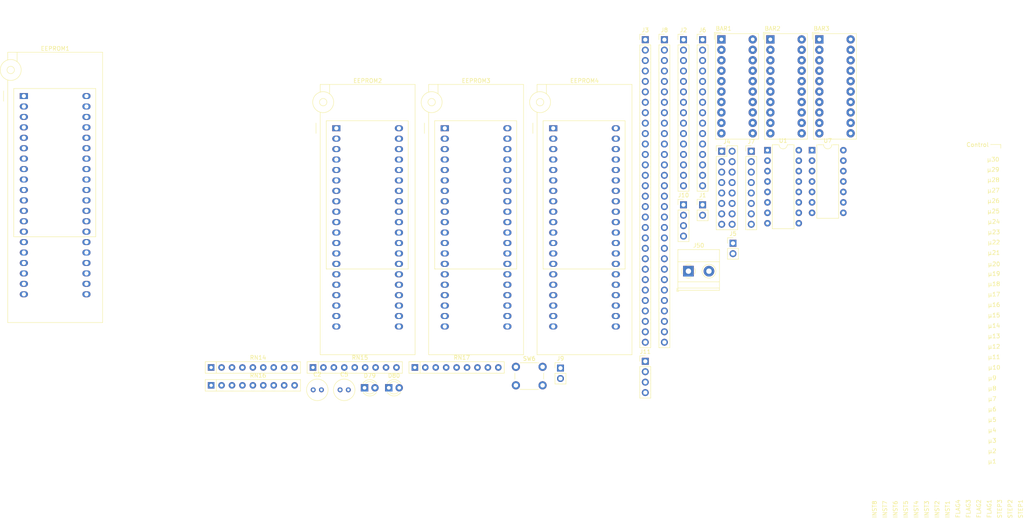
<source format=kicad_pcb>
(kicad_pcb (version 20171130) (host pcbnew "(5.1.9-0-10_14)")

  (general
    (thickness 1.6)
    (drawings 48)
    (tracks 0)
    (zones 0)
    (modules 30)
    (nets 101)
  )

  (page A4)
  (layers
    (0 F.Cu signal)
    (31 B.Cu signal)
    (32 B.Adhes user)
    (33 F.Adhes user)
    (34 B.Paste user)
    (35 F.Paste user)
    (36 B.SilkS user)
    (37 F.SilkS user)
    (38 B.Mask user)
    (39 F.Mask user)
    (40 Dwgs.User user)
    (41 Cmts.User user)
    (42 Eco1.User user)
    (43 Eco2.User user)
    (44 Edge.Cuts user)
    (45 Margin user)
    (46 B.CrtYd user)
    (47 F.CrtYd user)
    (48 B.Fab user)
    (49 F.Fab user)
  )

  (setup
    (last_trace_width 0.25)
    (user_trace_width 0.5)
    (user_trace_width 1)
    (trace_clearance 0.2)
    (zone_clearance 0.508)
    (zone_45_only no)
    (trace_min 0.2)
    (via_size 0.8)
    (via_drill 0.4)
    (via_min_size 0.4)
    (via_min_drill 0.3)
    (uvia_size 0.3)
    (uvia_drill 0.1)
    (uvias_allowed no)
    (uvia_min_size 0.2)
    (uvia_min_drill 0.1)
    (edge_width 0.05)
    (segment_width 0.2)
    (pcb_text_width 0.3)
    (pcb_text_size 1.5 1.5)
    (mod_edge_width 0.12)
    (mod_text_size 1 1)
    (mod_text_width 0.15)
    (pad_size 1.524 1.524)
    (pad_drill 0.762)
    (pad_to_mask_clearance 0)
    (aux_axis_origin 0 0)
    (grid_origin 176.2064 86.0046)
    (visible_elements FFFFFF7F)
    (pcbplotparams
      (layerselection 0x010fc_ffffffff)
      (usegerberextensions false)
      (usegerberattributes true)
      (usegerberadvancedattributes true)
      (creategerberjobfile true)
      (excludeedgelayer true)
      (linewidth 0.100000)
      (plotframeref false)
      (viasonmask false)
      (mode 1)
      (useauxorigin false)
      (hpglpennumber 1)
      (hpglpenspeed 20)
      (hpglpendiameter 15.000000)
      (psnegative false)
      (psa4output false)
      (plotreference true)
      (plotvalue true)
      (plotinvisibletext false)
      (padsonsilk false)
      (subtractmaskfromsilk false)
      (outputformat 1)
      (mirror false)
      (drillshape 0)
      (scaleselection 1)
      (outputdirectory "gerber"))
  )

  (net 0 "")
  (net 1 GND)
  (net 2 VCC)
  (net 3 /D16)
  (net 4 /INST7)
  (net 5 /STEP1)
  (net 6 /INST2)
  (net 7 /STEP2)
  (net 8 /INST3)
  (net 9 /STEP3)
  (net 10 /INST5)
  (net 11 /FLAG1)
  (net 12 /FLAG2)
  (net 13 /INST4)
  (net 14 /FLAG3)
  (net 15 /FLAG4)
  (net 16 /INST1)
  (net 17 /INST6)
  (net 18 /INST8)
  (net 19 "Net-(BAR1-Pad20)")
  (net 20 "Net-(BAR1-Pad19)")
  (net 21 "Net-(BAR1-Pad18)")
  (net 22 "Net-(BAR1-Pad17)")
  (net 23 "Net-(BAR1-Pad11)")
  (net 24 "Net-(BAR1-Pad12)")
  (net 25 "Net-(BAR1-Pad16)")
  (net 26 "Net-(BAR1-Pad15)")
  (net 27 "Net-(BAR1-Pad14)")
  (net 28 "Net-(BAR1-Pad13)")
  (net 29 "Net-(BAR2-Pad20)")
  (net 30 "Net-(BAR2-Pad19)")
  (net 31 "Net-(BAR2-Pad18)")
  (net 32 "Net-(BAR2-Pad17)")
  (net 33 "Net-(BAR2-Pad11)")
  (net 34 "Net-(BAR2-Pad12)")
  (net 35 "Net-(BAR2-Pad16)")
  (net 36 "Net-(BAR2-Pad15)")
  (net 37 "Net-(BAR2-Pad14)")
  (net 38 "Net-(BAR2-Pad13)")
  (net 39 "Net-(BAR3-Pad20)")
  (net 40 "Net-(BAR3-Pad19)")
  (net 41 "Net-(BAR3-Pad18)")
  (net 42 "Net-(BAR3-Pad17)")
  (net 43 "Net-(BAR3-Pad11)")
  (net 44 "Net-(BAR3-Pad12)")
  (net 45 "Net-(BAR3-Pad16)")
  (net 46 "Net-(BAR3-Pad15)")
  (net 47 "Net-(BAR3-Pad14)")
  (net 48 "Net-(BAR3-Pad13)")
  (net 49 "Net-(J4-Pad10)")
  (net 50 "Net-(J10-Pad4)")
  (net 51 "Net-(J10-Pad3)")
  (net 52 "Net-(J10-Pad2)")
  (net 53 "Net-(J10-Pad1)")
  (net 54 "Net-(J11-Pad4)")
  (net 55 "Net-(J11-Pad3)")
  (net 56 "Net-(J11-Pad2)")
  (net 57 "Net-(J11-Pad1)")
  (net 58 /μ2)
  (net 59 /μ1)
  (net 60 /μ3)
  (net 61 /μ4)
  (net 62 /μ5)
  (net 63 /μ6)
  (net 64 /μ7)
  (net 65 /μ8)
  (net 66 /μ9)
  (net 67 /μ10)
  (net 68 /μ20)
  (net 69 /μ19)
  (net 70 /μ18)
  (net 71 /μ17)
  (net 72 /μ15)
  (net 73 /μ14)
  (net 74 /μ13)
  (net 75 /μ11)
  (net 76 /μ12)
  (net 77 /μ22)
  (net 78 /μ21)
  (net 79 /μ23)
  (net 80 /μ24)
  (net 81 /μ25)
  (net 82 /μ26)
  (net 83 /μ27)
  (net 84 /μ28)
  (net 85 /μ29)
  (net 86 /μ30)
  (net 87 "Net-(D79-Pad1)")
  (net 88 /μ31)
  (net 89 "Net-(D80-Pad1)")
  (net 90 /μ32)
  (net 91 "Net-(J5-Pad1)")
  (net 92 "Net-(J50-Pad1)")
  (net 93 "Net-(U1-Pad15)")
  (net 94 "Net-(U1-Pad6)")
  (net 95 "Net-(U1-Pad5)")
  (net 96 "Net-(U1-Pad4)")
  (net 97 "Net-(U1-Pad11)")
  (net 98 "Net-(U1-Pad3)")
  (net 99 CLOCK)
  (net 100 STEP_RESET)

  (net_class Default "This is the default net class."
    (clearance 0.2)
    (trace_width 0.25)
    (via_dia 0.8)
    (via_drill 0.4)
    (uvia_dia 0.3)
    (uvia_drill 0.1)
    (add_net /D16)
    (add_net /FLAG1)
    (add_net /FLAG2)
    (add_net /FLAG3)
    (add_net /FLAG4)
    (add_net /INST1)
    (add_net /INST2)
    (add_net /INST3)
    (add_net /INST4)
    (add_net /INST5)
    (add_net /INST6)
    (add_net /INST7)
    (add_net /INST8)
    (add_net /STEP1)
    (add_net /STEP2)
    (add_net /STEP3)
    (add_net /μ1)
    (add_net /μ10)
    (add_net /μ11)
    (add_net /μ12)
    (add_net /μ13)
    (add_net /μ14)
    (add_net /μ15)
    (add_net /μ17)
    (add_net /μ18)
    (add_net /μ19)
    (add_net /μ2)
    (add_net /μ20)
    (add_net /μ21)
    (add_net /μ22)
    (add_net /μ23)
    (add_net /μ24)
    (add_net /μ25)
    (add_net /μ26)
    (add_net /μ27)
    (add_net /μ28)
    (add_net /μ29)
    (add_net /μ3)
    (add_net /μ30)
    (add_net /μ31)
    (add_net /μ32)
    (add_net /μ4)
    (add_net /μ5)
    (add_net /μ6)
    (add_net /μ7)
    (add_net /μ8)
    (add_net /μ9)
    (add_net CLOCK)
    (add_net GND)
    (add_net "Net-(BAR1-Pad11)")
    (add_net "Net-(BAR1-Pad12)")
    (add_net "Net-(BAR1-Pad13)")
    (add_net "Net-(BAR1-Pad14)")
    (add_net "Net-(BAR1-Pad15)")
    (add_net "Net-(BAR1-Pad16)")
    (add_net "Net-(BAR1-Pad17)")
    (add_net "Net-(BAR1-Pad18)")
    (add_net "Net-(BAR1-Pad19)")
    (add_net "Net-(BAR1-Pad20)")
    (add_net "Net-(BAR2-Pad11)")
    (add_net "Net-(BAR2-Pad12)")
    (add_net "Net-(BAR2-Pad13)")
    (add_net "Net-(BAR2-Pad14)")
    (add_net "Net-(BAR2-Pad15)")
    (add_net "Net-(BAR2-Pad16)")
    (add_net "Net-(BAR2-Pad17)")
    (add_net "Net-(BAR2-Pad18)")
    (add_net "Net-(BAR2-Pad19)")
    (add_net "Net-(BAR2-Pad20)")
    (add_net "Net-(BAR3-Pad11)")
    (add_net "Net-(BAR3-Pad12)")
    (add_net "Net-(BAR3-Pad13)")
    (add_net "Net-(BAR3-Pad14)")
    (add_net "Net-(BAR3-Pad15)")
    (add_net "Net-(BAR3-Pad16)")
    (add_net "Net-(BAR3-Pad17)")
    (add_net "Net-(BAR3-Pad18)")
    (add_net "Net-(BAR3-Pad19)")
    (add_net "Net-(BAR3-Pad20)")
    (add_net "Net-(D79-Pad1)")
    (add_net "Net-(D80-Pad1)")
    (add_net "Net-(J10-Pad1)")
    (add_net "Net-(J10-Pad2)")
    (add_net "Net-(J10-Pad3)")
    (add_net "Net-(J10-Pad4)")
    (add_net "Net-(J11-Pad1)")
    (add_net "Net-(J11-Pad2)")
    (add_net "Net-(J11-Pad3)")
    (add_net "Net-(J11-Pad4)")
    (add_net "Net-(J4-Pad10)")
    (add_net "Net-(J5-Pad1)")
    (add_net "Net-(J50-Pad1)")
    (add_net "Net-(U1-Pad11)")
    (add_net "Net-(U1-Pad15)")
    (add_net "Net-(U1-Pad3)")
    (add_net "Net-(U1-Pad4)")
    (add_net "Net-(U1-Pad5)")
    (add_net "Net-(U1-Pad6)")
    (add_net STEP_RESET)
    (add_net VCC)
  )

  (module Package_DIP:DIP-14_W7.62mm (layer F.Cu) (tedit 5A02E8C5) (tstamp 60C74BC3)
    (at 282.0714 53.2996)
    (descr "14-lead though-hole mounted DIP package, row spacing 7.62 mm (300 mils)")
    (tags "THT DIP DIL PDIP 2.54mm 7.62mm 300mil")
    (path /60FCBBD9)
    (fp_text reference U7 (at 3.81 -2.33) (layer F.SilkS)
      (effects (font (size 1 1) (thickness 0.15)))
    )
    (fp_text value 74LS04 (at 3.81 17.57) (layer F.Fab)
      (effects (font (size 1 1) (thickness 0.15)))
    )
    (fp_text user %R (at 3.81 7.62) (layer F.Fab)
      (effects (font (size 1 1) (thickness 0.15)))
    )
    (fp_arc (start 3.81 -1.33) (end 2.81 -1.33) (angle -180) (layer F.SilkS) (width 0.12))
    (fp_line (start 1.635 -1.27) (end 6.985 -1.27) (layer F.Fab) (width 0.1))
    (fp_line (start 6.985 -1.27) (end 6.985 16.51) (layer F.Fab) (width 0.1))
    (fp_line (start 6.985 16.51) (end 0.635 16.51) (layer F.Fab) (width 0.1))
    (fp_line (start 0.635 16.51) (end 0.635 -0.27) (layer F.Fab) (width 0.1))
    (fp_line (start 0.635 -0.27) (end 1.635 -1.27) (layer F.Fab) (width 0.1))
    (fp_line (start 2.81 -1.33) (end 1.16 -1.33) (layer F.SilkS) (width 0.12))
    (fp_line (start 1.16 -1.33) (end 1.16 16.57) (layer F.SilkS) (width 0.12))
    (fp_line (start 1.16 16.57) (end 6.46 16.57) (layer F.SilkS) (width 0.12))
    (fp_line (start 6.46 16.57) (end 6.46 -1.33) (layer F.SilkS) (width 0.12))
    (fp_line (start 6.46 -1.33) (end 4.81 -1.33) (layer F.SilkS) (width 0.12))
    (fp_line (start -1.1 -1.55) (end -1.1 16.8) (layer F.CrtYd) (width 0.05))
    (fp_line (start -1.1 16.8) (end 8.7 16.8) (layer F.CrtYd) (width 0.05))
    (fp_line (start 8.7 16.8) (end 8.7 -1.55) (layer F.CrtYd) (width 0.05))
    (fp_line (start 8.7 -1.55) (end -1.1 -1.55) (layer F.CrtYd) (width 0.05))
    (pad 14 thru_hole oval (at 7.62 0) (size 1.6 1.6) (drill 0.8) (layers *.Cu *.Mask)
      (net 2 VCC))
    (pad 7 thru_hole oval (at 0 15.24) (size 1.6 1.6) (drill 0.8) (layers *.Cu *.Mask)
      (net 1 GND))
    (pad 13 thru_hole oval (at 7.62 2.54) (size 1.6 1.6) (drill 0.8) (layers *.Cu *.Mask)
      (net 91 "Net-(J5-Pad1)"))
    (pad 6 thru_hole oval (at 0 12.7) (size 1.6 1.6) (drill 0.8) (layers *.Cu *.Mask)
      (net 56 "Net-(J11-Pad2)"))
    (pad 12 thru_hole oval (at 7.62 5.08) (size 1.6 1.6) (drill 0.8) (layers *.Cu *.Mask)
      (net 99 CLOCK))
    (pad 5 thru_hole oval (at 0 10.16) (size 1.6 1.6) (drill 0.8) (layers *.Cu *.Mask)
      (net 51 "Net-(J10-Pad3)"))
    (pad 11 thru_hole oval (at 7.62 7.62) (size 1.6 1.6) (drill 0.8) (layers *.Cu *.Mask)
      (net 53 "Net-(J10-Pad1)"))
    (pad 4 thru_hole oval (at 0 7.62) (size 1.6 1.6) (drill 0.8) (layers *.Cu *.Mask)
      (net 57 "Net-(J11-Pad1)"))
    (pad 10 thru_hole oval (at 7.62 10.16) (size 1.6 1.6) (drill 0.8) (layers *.Cu *.Mask)
      (net 54 "Net-(J11-Pad4)"))
    (pad 3 thru_hole oval (at 0 5.08) (size 1.6 1.6) (drill 0.8) (layers *.Cu *.Mask)
      (net 50 "Net-(J10-Pad4)"))
    (pad 9 thru_hole oval (at 7.62 12.7) (size 1.6 1.6) (drill 0.8) (layers *.Cu *.Mask)
      (net 52 "Net-(J10-Pad2)"))
    (pad 2 thru_hole oval (at 0 2.54) (size 1.6 1.6) (drill 0.8) (layers *.Cu *.Mask)
      (net 49 "Net-(J4-Pad10)"))
    (pad 8 thru_hole oval (at 7.62 15.24) (size 1.6 1.6) (drill 0.8) (layers *.Cu *.Mask)
      (net 55 "Net-(J11-Pad3)"))
    (pad 1 thru_hole rect (at 0 0) (size 1.6 1.6) (drill 0.8) (layers *.Cu *.Mask)
      (net 90 /μ32))
    (model ${KISYS3DMOD}/Package_DIP.3dshapes/DIP-14_W7.62mm.wrl
      (at (xyz 0 0 0))
      (scale (xyz 1 1 1))
      (rotate (xyz 0 0 0))
    )
  )

  (module Package_DIP:DIP-16_W7.62mm (layer F.Cu) (tedit 5A02E8C5) (tstamp 60C74BA1)
    (at 271.2214 53.2996)
    (descr "16-lead though-hole mounted DIP package, row spacing 7.62 mm (300 mils)")
    (tags "THT DIP DIL PDIP 2.54mm 7.62mm 300mil")
    (path /60C8B4AB)
    (fp_text reference U1 (at 3.81 -2.33) (layer F.SilkS)
      (effects (font (size 1 1) (thickness 0.15)))
    )
    (fp_text value 74LS161 (at 3.81 20.11) (layer F.Fab)
      (effects (font (size 1 1) (thickness 0.15)))
    )
    (fp_text user %R (at 3.81 8.89) (layer F.Fab)
      (effects (font (size 1 1) (thickness 0.15)))
    )
    (fp_arc (start 3.81 -1.33) (end 2.81 -1.33) (angle -180) (layer F.SilkS) (width 0.12))
    (fp_line (start 1.635 -1.27) (end 6.985 -1.27) (layer F.Fab) (width 0.1))
    (fp_line (start 6.985 -1.27) (end 6.985 19.05) (layer F.Fab) (width 0.1))
    (fp_line (start 6.985 19.05) (end 0.635 19.05) (layer F.Fab) (width 0.1))
    (fp_line (start 0.635 19.05) (end 0.635 -0.27) (layer F.Fab) (width 0.1))
    (fp_line (start 0.635 -0.27) (end 1.635 -1.27) (layer F.Fab) (width 0.1))
    (fp_line (start 2.81 -1.33) (end 1.16 -1.33) (layer F.SilkS) (width 0.12))
    (fp_line (start 1.16 -1.33) (end 1.16 19.11) (layer F.SilkS) (width 0.12))
    (fp_line (start 1.16 19.11) (end 6.46 19.11) (layer F.SilkS) (width 0.12))
    (fp_line (start 6.46 19.11) (end 6.46 -1.33) (layer F.SilkS) (width 0.12))
    (fp_line (start 6.46 -1.33) (end 4.81 -1.33) (layer F.SilkS) (width 0.12))
    (fp_line (start -1.1 -1.55) (end -1.1 19.3) (layer F.CrtYd) (width 0.05))
    (fp_line (start -1.1 19.3) (end 8.7 19.3) (layer F.CrtYd) (width 0.05))
    (fp_line (start 8.7 19.3) (end 8.7 -1.55) (layer F.CrtYd) (width 0.05))
    (fp_line (start 8.7 -1.55) (end -1.1 -1.55) (layer F.CrtYd) (width 0.05))
    (pad 16 thru_hole oval (at 7.62 0) (size 1.6 1.6) (drill 0.8) (layers *.Cu *.Mask)
      (net 2 VCC))
    (pad 8 thru_hole oval (at 0 17.78) (size 1.6 1.6) (drill 0.8) (layers *.Cu *.Mask)
      (net 1 GND))
    (pad 15 thru_hole oval (at 7.62 2.54) (size 1.6 1.6) (drill 0.8) (layers *.Cu *.Mask)
      (net 93 "Net-(U1-Pad15)"))
    (pad 7 thru_hole oval (at 0 15.24) (size 1.6 1.6) (drill 0.8) (layers *.Cu *.Mask)
      (net 1 GND))
    (pad 14 thru_hole oval (at 7.62 5.08) (size 1.6 1.6) (drill 0.8) (layers *.Cu *.Mask)
      (net 5 /STEP1))
    (pad 6 thru_hole oval (at 0 12.7) (size 1.6 1.6) (drill 0.8) (layers *.Cu *.Mask)
      (net 94 "Net-(U1-Pad6)"))
    (pad 13 thru_hole oval (at 7.62 7.62) (size 1.6 1.6) (drill 0.8) (layers *.Cu *.Mask)
      (net 7 /STEP2))
    (pad 5 thru_hole oval (at 0 10.16) (size 1.6 1.6) (drill 0.8) (layers *.Cu *.Mask)
      (net 95 "Net-(U1-Pad5)"))
    (pad 12 thru_hole oval (at 7.62 10.16) (size 1.6 1.6) (drill 0.8) (layers *.Cu *.Mask)
      (net 9 /STEP3))
    (pad 4 thru_hole oval (at 0 7.62) (size 1.6 1.6) (drill 0.8) (layers *.Cu *.Mask)
      (net 96 "Net-(U1-Pad4)"))
    (pad 11 thru_hole oval (at 7.62 12.7) (size 1.6 1.6) (drill 0.8) (layers *.Cu *.Mask)
      (net 97 "Net-(U1-Pad11)"))
    (pad 3 thru_hole oval (at 0 5.08) (size 1.6 1.6) (drill 0.8) (layers *.Cu *.Mask)
      (net 98 "Net-(U1-Pad3)"))
    (pad 10 thru_hole oval (at 7.62 15.24) (size 1.6 1.6) (drill 0.8) (layers *.Cu *.Mask)
      (net 1 GND))
    (pad 2 thru_hole oval (at 0 2.54) (size 1.6 1.6) (drill 0.8) (layers *.Cu *.Mask)
      (net 99 CLOCK))
    (pad 9 thru_hole oval (at 7.62 17.78) (size 1.6 1.6) (drill 0.8) (layers *.Cu *.Mask)
      (net 2 VCC))
    (pad 1 thru_hole rect (at 0 0) (size 1.6 1.6) (drill 0.8) (layers *.Cu *.Mask)
      (net 100 STEP_RESET))
    (model ${KISYS3DMOD}/Package_DIP.3dshapes/DIP-16_W7.62mm.wrl
      (at (xyz 0 0 0))
      (scale (xyz 1 1 1))
      (rotate (xyz 0 0 0))
    )
  )

  (module Button_Switch_THT:SW_PUSH_6mm (layer F.Cu) (tedit 5A02FE31) (tstamp 60C74B7D)
    (at 209.9714 106.0396)
    (descr https://www.omron.com/ecb/products/pdf/en-b3f.pdf)
    (tags "tact sw push 6mm")
    (path /60FAB3FB)
    (fp_text reference SW6 (at 3.25 -2) (layer F.SilkS)
      (effects (font (size 1 1) (thickness 0.15)))
    )
    (fp_text value SW_Push (at 3.75 6.7) (layer F.Fab)
      (effects (font (size 1 1) (thickness 0.15)))
    )
    (fp_text user %R (at 3.25 2.25) (layer F.Fab)
      (effects (font (size 1 1) (thickness 0.15)))
    )
    (fp_line (start 3.25 -0.75) (end 6.25 -0.75) (layer F.Fab) (width 0.1))
    (fp_line (start 6.25 -0.75) (end 6.25 5.25) (layer F.Fab) (width 0.1))
    (fp_line (start 6.25 5.25) (end 0.25 5.25) (layer F.Fab) (width 0.1))
    (fp_line (start 0.25 5.25) (end 0.25 -0.75) (layer F.Fab) (width 0.1))
    (fp_line (start 0.25 -0.75) (end 3.25 -0.75) (layer F.Fab) (width 0.1))
    (fp_line (start 7.75 6) (end 8 6) (layer F.CrtYd) (width 0.05))
    (fp_line (start 8 6) (end 8 5.75) (layer F.CrtYd) (width 0.05))
    (fp_line (start 7.75 -1.5) (end 8 -1.5) (layer F.CrtYd) (width 0.05))
    (fp_line (start 8 -1.5) (end 8 -1.25) (layer F.CrtYd) (width 0.05))
    (fp_line (start -1.5 -1.25) (end -1.5 -1.5) (layer F.CrtYd) (width 0.05))
    (fp_line (start -1.5 -1.5) (end -1.25 -1.5) (layer F.CrtYd) (width 0.05))
    (fp_line (start -1.5 5.75) (end -1.5 6) (layer F.CrtYd) (width 0.05))
    (fp_line (start -1.5 6) (end -1.25 6) (layer F.CrtYd) (width 0.05))
    (fp_line (start -1.25 -1.5) (end 7.75 -1.5) (layer F.CrtYd) (width 0.05))
    (fp_line (start -1.5 5.75) (end -1.5 -1.25) (layer F.CrtYd) (width 0.05))
    (fp_line (start 7.75 6) (end -1.25 6) (layer F.CrtYd) (width 0.05))
    (fp_line (start 8 -1.25) (end 8 5.75) (layer F.CrtYd) (width 0.05))
    (fp_line (start 1 5.5) (end 5.5 5.5) (layer F.SilkS) (width 0.12))
    (fp_line (start -0.25 1.5) (end -0.25 3) (layer F.SilkS) (width 0.12))
    (fp_line (start 5.5 -1) (end 1 -1) (layer F.SilkS) (width 0.12))
    (fp_line (start 6.75 3) (end 6.75 1.5) (layer F.SilkS) (width 0.12))
    (fp_circle (center 3.25 2.25) (end 1.25 2.5) (layer F.Fab) (width 0.1))
    (pad 1 thru_hole circle (at 6.5 0 90) (size 2 2) (drill 1.1) (layers *.Cu *.Mask)
      (net 90 /μ32))
    (pad 2 thru_hole circle (at 6.5 4.5 90) (size 2 2) (drill 1.1) (layers *.Cu *.Mask)
      (net 2 VCC))
    (pad 1 thru_hole circle (at 0 0 90) (size 2 2) (drill 1.1) (layers *.Cu *.Mask)
      (net 90 /μ32))
    (pad 2 thru_hole circle (at 0 4.5 90) (size 2 2) (drill 1.1) (layers *.Cu *.Mask)
      (net 2 VCC))
    (model ${KISYS3DMOD}/Button_Switch_THT.3dshapes/SW_PUSH_6mm.wrl
      (at (xyz 0 0 0))
      (scale (xyz 1 1 1))
      (rotate (xyz 0 0 0))
    )
  )

  (module Resistor_THT:R_Array_SIP9 (layer F.Cu) (tedit 5A14249F) (tstamp 60C74B5E)
    (at 185.3714 106.1896)
    (descr "9-pin Resistor SIP pack")
    (tags R)
    (path /60D30917)
    (fp_text reference RN17 (at 11.43 -2.4) (layer F.SilkS)
      (effects (font (size 1 1) (thickness 0.15)))
    )
    (fp_text value R_Network08_US (at 11.43 2.4) (layer F.Fab)
      (effects (font (size 1 1) (thickness 0.15)))
    )
    (fp_text user %R (at 10.16 0) (layer F.Fab)
      (effects (font (size 1 1) (thickness 0.15)))
    )
    (fp_line (start -1.29 -1.25) (end -1.29 1.25) (layer F.Fab) (width 0.1))
    (fp_line (start -1.29 1.25) (end 21.61 1.25) (layer F.Fab) (width 0.1))
    (fp_line (start 21.61 1.25) (end 21.61 -1.25) (layer F.Fab) (width 0.1))
    (fp_line (start 21.61 -1.25) (end -1.29 -1.25) (layer F.Fab) (width 0.1))
    (fp_line (start 1.27 -1.25) (end 1.27 1.25) (layer F.Fab) (width 0.1))
    (fp_line (start -1.44 -1.4) (end -1.44 1.4) (layer F.SilkS) (width 0.12))
    (fp_line (start -1.44 1.4) (end 21.76 1.4) (layer F.SilkS) (width 0.12))
    (fp_line (start 21.76 1.4) (end 21.76 -1.4) (layer F.SilkS) (width 0.12))
    (fp_line (start 21.76 -1.4) (end -1.44 -1.4) (layer F.SilkS) (width 0.12))
    (fp_line (start 1.27 -1.4) (end 1.27 1.4) (layer F.SilkS) (width 0.12))
    (fp_line (start -1.7 -1.65) (end -1.7 1.65) (layer F.CrtYd) (width 0.05))
    (fp_line (start -1.7 1.65) (end 22.05 1.65) (layer F.CrtYd) (width 0.05))
    (fp_line (start 22.05 1.65) (end 22.05 -1.65) (layer F.CrtYd) (width 0.05))
    (fp_line (start 22.05 -1.65) (end -1.7 -1.65) (layer F.CrtYd) (width 0.05))
    (pad 9 thru_hole oval (at 20.32 0) (size 1.6 1.6) (drill 0.8) (layers *.Cu *.Mask)
      (net 46 "Net-(BAR3-Pad15)"))
    (pad 8 thru_hole oval (at 17.78 0) (size 1.6 1.6) (drill 0.8) (layers *.Cu *.Mask)
      (net 45 "Net-(BAR3-Pad16)"))
    (pad 7 thru_hole oval (at 15.24 0) (size 1.6 1.6) (drill 0.8) (layers *.Cu *.Mask)
      (net 42 "Net-(BAR3-Pad17)"))
    (pad 6 thru_hole oval (at 12.7 0) (size 1.6 1.6) (drill 0.8) (layers *.Cu *.Mask)
      (net 41 "Net-(BAR3-Pad18)"))
    (pad 5 thru_hole oval (at 10.16 0) (size 1.6 1.6) (drill 0.8) (layers *.Cu *.Mask)
      (net 40 "Net-(BAR3-Pad19)"))
    (pad 4 thru_hole oval (at 7.62 0) (size 1.6 1.6) (drill 0.8) (layers *.Cu *.Mask)
      (net 39 "Net-(BAR3-Pad20)"))
    (pad 3 thru_hole oval (at 5.08 0) (size 1.6 1.6) (drill 0.8) (layers *.Cu *.Mask)
      (net 87 "Net-(D79-Pad1)"))
    (pad 2 thru_hole oval (at 2.54 0) (size 1.6 1.6) (drill 0.8) (layers *.Cu *.Mask)
      (net 89 "Net-(D80-Pad1)"))
    (pad 1 thru_hole rect (at 0 0) (size 1.6 1.6) (drill 0.8) (layers *.Cu *.Mask)
      (net 1 GND))
    (model ${KISYS3DMOD}/Resistor_THT.3dshapes/R_Array_SIP9.wrl
      (at (xyz 0 0 0))
      (scale (xyz 1 1 1))
      (rotate (xyz 0 0 0))
    )
  )

  (module Resistor_THT:R_Array_SIP9 (layer F.Cu) (tedit 5A14249F) (tstamp 60C74B42)
    (at 135.7714 110.5396)
    (descr "9-pin Resistor SIP pack")
    (tags R)
    (path /60D1669B)
    (fp_text reference RN16 (at 11.43 -2.4) (layer F.SilkS)
      (effects (font (size 1 1) (thickness 0.15)))
    )
    (fp_text value R_Network08_US (at 11.43 2.4) (layer F.Fab)
      (effects (font (size 1 1) (thickness 0.15)))
    )
    (fp_text user %R (at 10.16 0) (layer F.Fab)
      (effects (font (size 1 1) (thickness 0.15)))
    )
    (fp_line (start -1.29 -1.25) (end -1.29 1.25) (layer F.Fab) (width 0.1))
    (fp_line (start -1.29 1.25) (end 21.61 1.25) (layer F.Fab) (width 0.1))
    (fp_line (start 21.61 1.25) (end 21.61 -1.25) (layer F.Fab) (width 0.1))
    (fp_line (start 21.61 -1.25) (end -1.29 -1.25) (layer F.Fab) (width 0.1))
    (fp_line (start 1.27 -1.25) (end 1.27 1.25) (layer F.Fab) (width 0.1))
    (fp_line (start -1.44 -1.4) (end -1.44 1.4) (layer F.SilkS) (width 0.12))
    (fp_line (start -1.44 1.4) (end 21.76 1.4) (layer F.SilkS) (width 0.12))
    (fp_line (start 21.76 1.4) (end 21.76 -1.4) (layer F.SilkS) (width 0.12))
    (fp_line (start 21.76 -1.4) (end -1.44 -1.4) (layer F.SilkS) (width 0.12))
    (fp_line (start 1.27 -1.4) (end 1.27 1.4) (layer F.SilkS) (width 0.12))
    (fp_line (start -1.7 -1.65) (end -1.7 1.65) (layer F.CrtYd) (width 0.05))
    (fp_line (start -1.7 1.65) (end 22.05 1.65) (layer F.CrtYd) (width 0.05))
    (fp_line (start 22.05 1.65) (end 22.05 -1.65) (layer F.CrtYd) (width 0.05))
    (fp_line (start 22.05 -1.65) (end -1.7 -1.65) (layer F.CrtYd) (width 0.05))
    (pad 9 thru_hole oval (at 20.32 0) (size 1.6 1.6) (drill 0.8) (layers *.Cu *.Mask)
      (net 32 "Net-(BAR2-Pad17)"))
    (pad 8 thru_hole oval (at 17.78 0) (size 1.6 1.6) (drill 0.8) (layers *.Cu *.Mask)
      (net 31 "Net-(BAR2-Pad18)"))
    (pad 7 thru_hole oval (at 15.24 0) (size 1.6 1.6) (drill 0.8) (layers *.Cu *.Mask)
      (net 30 "Net-(BAR2-Pad19)"))
    (pad 6 thru_hole oval (at 12.7 0) (size 1.6 1.6) (drill 0.8) (layers *.Cu *.Mask)
      (net 29 "Net-(BAR2-Pad20)"))
    (pad 5 thru_hole oval (at 10.16 0) (size 1.6 1.6) (drill 0.8) (layers *.Cu *.Mask)
      (net 43 "Net-(BAR3-Pad11)"))
    (pad 4 thru_hole oval (at 7.62 0) (size 1.6 1.6) (drill 0.8) (layers *.Cu *.Mask)
      (net 44 "Net-(BAR3-Pad12)"))
    (pad 3 thru_hole oval (at 5.08 0) (size 1.6 1.6) (drill 0.8) (layers *.Cu *.Mask)
      (net 48 "Net-(BAR3-Pad13)"))
    (pad 2 thru_hole oval (at 2.54 0) (size 1.6 1.6) (drill 0.8) (layers *.Cu *.Mask)
      (net 47 "Net-(BAR3-Pad14)"))
    (pad 1 thru_hole rect (at 0 0) (size 1.6 1.6) (drill 0.8) (layers *.Cu *.Mask)
      (net 1 GND))
    (model ${KISYS3DMOD}/Resistor_THT.3dshapes/R_Array_SIP9.wrl
      (at (xyz 0 0 0))
      (scale (xyz 1 1 1))
      (rotate (xyz 0 0 0))
    )
  )

  (module Resistor_THT:R_Array_SIP9 (layer F.Cu) (tedit 5A14249F) (tstamp 60C74B26)
    (at 160.5714 106.1896)
    (descr "9-pin Resistor SIP pack")
    (tags R)
    (path /60D155AD)
    (fp_text reference RN15 (at 11.43 -2.4) (layer F.SilkS)
      (effects (font (size 1 1) (thickness 0.15)))
    )
    (fp_text value R_Network08_US (at 11.43 2.4) (layer F.Fab)
      (effects (font (size 1 1) (thickness 0.15)))
    )
    (fp_text user %R (at 10.16 0) (layer F.Fab)
      (effects (font (size 1 1) (thickness 0.15)))
    )
    (fp_line (start -1.29 -1.25) (end -1.29 1.25) (layer F.Fab) (width 0.1))
    (fp_line (start -1.29 1.25) (end 21.61 1.25) (layer F.Fab) (width 0.1))
    (fp_line (start 21.61 1.25) (end 21.61 -1.25) (layer F.Fab) (width 0.1))
    (fp_line (start 21.61 -1.25) (end -1.29 -1.25) (layer F.Fab) (width 0.1))
    (fp_line (start 1.27 -1.25) (end 1.27 1.25) (layer F.Fab) (width 0.1))
    (fp_line (start -1.44 -1.4) (end -1.44 1.4) (layer F.SilkS) (width 0.12))
    (fp_line (start -1.44 1.4) (end 21.76 1.4) (layer F.SilkS) (width 0.12))
    (fp_line (start 21.76 1.4) (end 21.76 -1.4) (layer F.SilkS) (width 0.12))
    (fp_line (start 21.76 -1.4) (end -1.44 -1.4) (layer F.SilkS) (width 0.12))
    (fp_line (start 1.27 -1.4) (end 1.27 1.4) (layer F.SilkS) (width 0.12))
    (fp_line (start -1.7 -1.65) (end -1.7 1.65) (layer F.CrtYd) (width 0.05))
    (fp_line (start -1.7 1.65) (end 22.05 1.65) (layer F.CrtYd) (width 0.05))
    (fp_line (start 22.05 1.65) (end 22.05 -1.65) (layer F.CrtYd) (width 0.05))
    (fp_line (start 22.05 -1.65) (end -1.7 -1.65) (layer F.CrtYd) (width 0.05))
    (pad 9 thru_hole oval (at 20.32 0) (size 1.6 1.6) (drill 0.8) (layers *.Cu *.Mask)
      (net 20 "Net-(BAR1-Pad19)"))
    (pad 8 thru_hole oval (at 17.78 0) (size 1.6 1.6) (drill 0.8) (layers *.Cu *.Mask)
      (net 19 "Net-(BAR1-Pad20)"))
    (pad 7 thru_hole oval (at 15.24 0) (size 1.6 1.6) (drill 0.8) (layers *.Cu *.Mask)
      (net 33 "Net-(BAR2-Pad11)"))
    (pad 6 thru_hole oval (at 12.7 0) (size 1.6 1.6) (drill 0.8) (layers *.Cu *.Mask)
      (net 34 "Net-(BAR2-Pad12)"))
    (pad 5 thru_hole oval (at 10.16 0) (size 1.6 1.6) (drill 0.8) (layers *.Cu *.Mask)
      (net 38 "Net-(BAR2-Pad13)"))
    (pad 4 thru_hole oval (at 7.62 0) (size 1.6 1.6) (drill 0.8) (layers *.Cu *.Mask)
      (net 37 "Net-(BAR2-Pad14)"))
    (pad 3 thru_hole oval (at 5.08 0) (size 1.6 1.6) (drill 0.8) (layers *.Cu *.Mask)
      (net 36 "Net-(BAR2-Pad15)"))
    (pad 2 thru_hole oval (at 2.54 0) (size 1.6 1.6) (drill 0.8) (layers *.Cu *.Mask)
      (net 35 "Net-(BAR2-Pad16)"))
    (pad 1 thru_hole rect (at 0 0) (size 1.6 1.6) (drill 0.8) (layers *.Cu *.Mask)
      (net 1 GND))
    (model ${KISYS3DMOD}/Resistor_THT.3dshapes/R_Array_SIP9.wrl
      (at (xyz 0 0 0))
      (scale (xyz 1 1 1))
      (rotate (xyz 0 0 0))
    )
  )

  (module Resistor_THT:R_Array_SIP9 (layer F.Cu) (tedit 5A14249F) (tstamp 60C74B0A)
    (at 135.7714 106.1896)
    (descr "9-pin Resistor SIP pack")
    (tags R)
    (path /60D1302C)
    (fp_text reference RN14 (at 11.43 -2.4) (layer F.SilkS)
      (effects (font (size 1 1) (thickness 0.15)))
    )
    (fp_text value R_Network08_US (at 11.43 2.4) (layer F.Fab)
      (effects (font (size 1 1) (thickness 0.15)))
    )
    (fp_text user %R (at 10.16 0) (layer F.Fab)
      (effects (font (size 1 1) (thickness 0.15)))
    )
    (fp_line (start -1.29 -1.25) (end -1.29 1.25) (layer F.Fab) (width 0.1))
    (fp_line (start -1.29 1.25) (end 21.61 1.25) (layer F.Fab) (width 0.1))
    (fp_line (start 21.61 1.25) (end 21.61 -1.25) (layer F.Fab) (width 0.1))
    (fp_line (start 21.61 -1.25) (end -1.29 -1.25) (layer F.Fab) (width 0.1))
    (fp_line (start 1.27 -1.25) (end 1.27 1.25) (layer F.Fab) (width 0.1))
    (fp_line (start -1.44 -1.4) (end -1.44 1.4) (layer F.SilkS) (width 0.12))
    (fp_line (start -1.44 1.4) (end 21.76 1.4) (layer F.SilkS) (width 0.12))
    (fp_line (start 21.76 1.4) (end 21.76 -1.4) (layer F.SilkS) (width 0.12))
    (fp_line (start 21.76 -1.4) (end -1.44 -1.4) (layer F.SilkS) (width 0.12))
    (fp_line (start 1.27 -1.4) (end 1.27 1.4) (layer F.SilkS) (width 0.12))
    (fp_line (start -1.7 -1.65) (end -1.7 1.65) (layer F.CrtYd) (width 0.05))
    (fp_line (start -1.7 1.65) (end 22.05 1.65) (layer F.CrtYd) (width 0.05))
    (fp_line (start 22.05 1.65) (end 22.05 -1.65) (layer F.CrtYd) (width 0.05))
    (fp_line (start 22.05 -1.65) (end -1.7 -1.65) (layer F.CrtYd) (width 0.05))
    (pad 9 thru_hole oval (at 20.32 0) (size 1.6 1.6) (drill 0.8) (layers *.Cu *.Mask)
      (net 23 "Net-(BAR1-Pad11)"))
    (pad 8 thru_hole oval (at 17.78 0) (size 1.6 1.6) (drill 0.8) (layers *.Cu *.Mask)
      (net 24 "Net-(BAR1-Pad12)"))
    (pad 7 thru_hole oval (at 15.24 0) (size 1.6 1.6) (drill 0.8) (layers *.Cu *.Mask)
      (net 28 "Net-(BAR1-Pad13)"))
    (pad 6 thru_hole oval (at 12.7 0) (size 1.6 1.6) (drill 0.8) (layers *.Cu *.Mask)
      (net 27 "Net-(BAR1-Pad14)"))
    (pad 5 thru_hole oval (at 10.16 0) (size 1.6 1.6) (drill 0.8) (layers *.Cu *.Mask)
      (net 26 "Net-(BAR1-Pad15)"))
    (pad 4 thru_hole oval (at 7.62 0) (size 1.6 1.6) (drill 0.8) (layers *.Cu *.Mask)
      (net 25 "Net-(BAR1-Pad16)"))
    (pad 3 thru_hole oval (at 5.08 0) (size 1.6 1.6) (drill 0.8) (layers *.Cu *.Mask)
      (net 22 "Net-(BAR1-Pad17)"))
    (pad 2 thru_hole oval (at 2.54 0) (size 1.6 1.6) (drill 0.8) (layers *.Cu *.Mask)
      (net 21 "Net-(BAR1-Pad18)"))
    (pad 1 thru_hole rect (at 0 0) (size 1.6 1.6) (drill 0.8) (layers *.Cu *.Mask)
      (net 1 GND))
    (model ${KISYS3DMOD}/Resistor_THT.3dshapes/R_Array_SIP9.wrl
      (at (xyz 0 0 0))
      (scale (xyz 1 1 1))
      (rotate (xyz 0 0 0))
    )
  )

  (module TerminalBlock_Phoenix:TerminalBlock_Phoenix_MKDS-1,5-2_1x02_P5.00mm_Horizontal (layer F.Cu) (tedit 5B294EE5) (tstamp 60C74AEE)
    (at 251.9714 82.7496)
    (descr "Terminal Block Phoenix MKDS-1,5-2, 2 pins, pitch 5mm, size 10x9.8mm^2, drill diamater 1.3mm, pad diameter 2.6mm, see http://www.farnell.com/datasheets/100425.pdf, script-generated using https://github.com/pointhi/kicad-footprint-generator/scripts/TerminalBlock_Phoenix")
    (tags "THT Terminal Block Phoenix MKDS-1,5-2 pitch 5mm size 10x9.8mm^2 drill 1.3mm pad 2.6mm")
    (path /60DA4C11)
    (fp_text reference J50 (at 2.5 -6.26) (layer F.SilkS)
      (effects (font (size 1 1) (thickness 0.15)))
    )
    (fp_text value Screw_Terminal_01x02 (at 2.5 5.66) (layer F.Fab)
      (effects (font (size 1 1) (thickness 0.15)))
    )
    (fp_text user %R (at 2.5 3.2) (layer F.Fab)
      (effects (font (size 1 1) (thickness 0.15)))
    )
    (fp_arc (start 0 0) (end -0.684 1.535) (angle -25) (layer F.SilkS) (width 0.12))
    (fp_arc (start 0 0) (end -1.535 -0.684) (angle -48) (layer F.SilkS) (width 0.12))
    (fp_arc (start 0 0) (end 0.684 -1.535) (angle -48) (layer F.SilkS) (width 0.12))
    (fp_arc (start 0 0) (end 1.535 0.684) (angle -48) (layer F.SilkS) (width 0.12))
    (fp_arc (start 0 0) (end 0 1.68) (angle -24) (layer F.SilkS) (width 0.12))
    (fp_circle (center 0 0) (end 1.5 0) (layer F.Fab) (width 0.1))
    (fp_circle (center 5 0) (end 6.5 0) (layer F.Fab) (width 0.1))
    (fp_circle (center 5 0) (end 6.68 0) (layer F.SilkS) (width 0.12))
    (fp_line (start -2.5 -5.2) (end 7.5 -5.2) (layer F.Fab) (width 0.1))
    (fp_line (start 7.5 -5.2) (end 7.5 4.6) (layer F.Fab) (width 0.1))
    (fp_line (start 7.5 4.6) (end -2 4.6) (layer F.Fab) (width 0.1))
    (fp_line (start -2 4.6) (end -2.5 4.1) (layer F.Fab) (width 0.1))
    (fp_line (start -2.5 4.1) (end -2.5 -5.2) (layer F.Fab) (width 0.1))
    (fp_line (start -2.5 4.1) (end 7.5 4.1) (layer F.Fab) (width 0.1))
    (fp_line (start -2.56 4.1) (end 7.56 4.1) (layer F.SilkS) (width 0.12))
    (fp_line (start -2.5 2.6) (end 7.5 2.6) (layer F.Fab) (width 0.1))
    (fp_line (start -2.56 2.6) (end 7.56 2.6) (layer F.SilkS) (width 0.12))
    (fp_line (start -2.5 -2.3) (end 7.5 -2.3) (layer F.Fab) (width 0.1))
    (fp_line (start -2.56 -2.301) (end 7.56 -2.301) (layer F.SilkS) (width 0.12))
    (fp_line (start -2.56 -5.261) (end 7.56 -5.261) (layer F.SilkS) (width 0.12))
    (fp_line (start -2.56 4.66) (end 7.56 4.66) (layer F.SilkS) (width 0.12))
    (fp_line (start -2.56 -5.261) (end -2.56 4.66) (layer F.SilkS) (width 0.12))
    (fp_line (start 7.56 -5.261) (end 7.56 4.66) (layer F.SilkS) (width 0.12))
    (fp_line (start 1.138 -0.955) (end -0.955 1.138) (layer F.Fab) (width 0.1))
    (fp_line (start 0.955 -1.138) (end -1.138 0.955) (layer F.Fab) (width 0.1))
    (fp_line (start 6.138 -0.955) (end 4.046 1.138) (layer F.Fab) (width 0.1))
    (fp_line (start 5.955 -1.138) (end 3.863 0.955) (layer F.Fab) (width 0.1))
    (fp_line (start 6.275 -1.069) (end 6.228 -1.023) (layer F.SilkS) (width 0.12))
    (fp_line (start 3.966 1.239) (end 3.931 1.274) (layer F.SilkS) (width 0.12))
    (fp_line (start 6.07 -1.275) (end 6.035 -1.239) (layer F.SilkS) (width 0.12))
    (fp_line (start 3.773 1.023) (end 3.726 1.069) (layer F.SilkS) (width 0.12))
    (fp_line (start -2.8 4.16) (end -2.8 4.9) (layer F.SilkS) (width 0.12))
    (fp_line (start -2.8 4.9) (end -2.3 4.9) (layer F.SilkS) (width 0.12))
    (fp_line (start -3 -5.71) (end -3 5.1) (layer F.CrtYd) (width 0.05))
    (fp_line (start -3 5.1) (end 8 5.1) (layer F.CrtYd) (width 0.05))
    (fp_line (start 8 5.1) (end 8 -5.71) (layer F.CrtYd) (width 0.05))
    (fp_line (start 8 -5.71) (end -3 -5.71) (layer F.CrtYd) (width 0.05))
    (pad 2 thru_hole circle (at 5 0) (size 2.6 2.6) (drill 1.3) (layers *.Cu *.Mask)
      (net 1 GND))
    (pad 1 thru_hole rect (at 0 0) (size 2.6 2.6) (drill 1.3) (layers *.Cu *.Mask)
      (net 92 "Net-(J50-Pad1)"))
    (model ${KISYS3DMOD}/TerminalBlock_Phoenix.3dshapes/TerminalBlock_Phoenix_MKDS-1,5-2_1x02_P5.00mm_Horizontal.wrl
      (at (xyz 0 0 0))
      (scale (xyz 1 1 1))
      (rotate (xyz 0 0 0))
    )
  )

  (module Connector_PinHeader_2.54mm:PinHeader_1x04_P2.54mm_Vertical (layer F.Cu) (tedit 59FED5CC) (tstamp 60C74AC2)
    (at 241.4714 104.6896)
    (descr "Through hole straight pin header, 1x04, 2.54mm pitch, single row")
    (tags "Through hole pin header THT 1x04 2.54mm single row")
    (path /61226356)
    (fp_text reference J11 (at 0 -2.33) (layer F.SilkS)
      (effects (font (size 1 1) (thickness 0.15)))
    )
    (fp_text value Conn_1x04 (at 0 9.95) (layer F.Fab)
      (effects (font (size 1 1) (thickness 0.15)))
    )
    (fp_text user %R (at 0 3.81 90) (layer F.Fab)
      (effects (font (size 1 1) (thickness 0.15)))
    )
    (fp_line (start -0.635 -1.27) (end 1.27 -1.27) (layer F.Fab) (width 0.1))
    (fp_line (start 1.27 -1.27) (end 1.27 8.89) (layer F.Fab) (width 0.1))
    (fp_line (start 1.27 8.89) (end -1.27 8.89) (layer F.Fab) (width 0.1))
    (fp_line (start -1.27 8.89) (end -1.27 -0.635) (layer F.Fab) (width 0.1))
    (fp_line (start -1.27 -0.635) (end -0.635 -1.27) (layer F.Fab) (width 0.1))
    (fp_line (start -1.33 8.95) (end 1.33 8.95) (layer F.SilkS) (width 0.12))
    (fp_line (start -1.33 1.27) (end -1.33 8.95) (layer F.SilkS) (width 0.12))
    (fp_line (start 1.33 1.27) (end 1.33 8.95) (layer F.SilkS) (width 0.12))
    (fp_line (start -1.33 1.27) (end 1.33 1.27) (layer F.SilkS) (width 0.12))
    (fp_line (start -1.33 0) (end -1.33 -1.33) (layer F.SilkS) (width 0.12))
    (fp_line (start -1.33 -1.33) (end 0 -1.33) (layer F.SilkS) (width 0.12))
    (fp_line (start -1.8 -1.8) (end -1.8 9.4) (layer F.CrtYd) (width 0.05))
    (fp_line (start -1.8 9.4) (end 1.8 9.4) (layer F.CrtYd) (width 0.05))
    (fp_line (start 1.8 9.4) (end 1.8 -1.8) (layer F.CrtYd) (width 0.05))
    (fp_line (start 1.8 -1.8) (end -1.8 -1.8) (layer F.CrtYd) (width 0.05))
    (pad 4 thru_hole oval (at 0 7.62) (size 1.7 1.7) (drill 1) (layers *.Cu *.Mask)
      (net 54 "Net-(J11-Pad4)"))
    (pad 3 thru_hole oval (at 0 5.08) (size 1.7 1.7) (drill 1) (layers *.Cu *.Mask)
      (net 55 "Net-(J11-Pad3)"))
    (pad 2 thru_hole oval (at 0 2.54) (size 1.7 1.7) (drill 1) (layers *.Cu *.Mask)
      (net 56 "Net-(J11-Pad2)"))
    (pad 1 thru_hole rect (at 0 0) (size 1.7 1.7) (drill 1) (layers *.Cu *.Mask)
      (net 57 "Net-(J11-Pad1)"))
    (model ${KISYS3DMOD}/Connector_PinHeader_2.54mm.3dshapes/PinHeader_1x04_P2.54mm_Vertical.wrl
      (at (xyz 0 0 0))
      (scale (xyz 1 1 1))
      (rotate (xyz 0 0 0))
    )
  )

  (module Connector_PinHeader_2.54mm:PinHeader_1x04_P2.54mm_Vertical (layer F.Cu) (tedit 59FED5CC) (tstamp 60C74AAA)
    (at 250.7714 66.5896)
    (descr "Through hole straight pin header, 1x04, 2.54mm pitch, single row")
    (tags "Through hole pin header THT 1x04 2.54mm single row")
    (path /61184213)
    (fp_text reference J10 (at 0 -2.33) (layer F.SilkS)
      (effects (font (size 1 1) (thickness 0.15)))
    )
    (fp_text value Conn_1x04 (at 0 9.95) (layer F.Fab)
      (effects (font (size 1 1) (thickness 0.15)))
    )
    (fp_text user %R (at 0 3.81 90) (layer F.Fab)
      (effects (font (size 1 1) (thickness 0.15)))
    )
    (fp_line (start -0.635 -1.27) (end 1.27 -1.27) (layer F.Fab) (width 0.1))
    (fp_line (start 1.27 -1.27) (end 1.27 8.89) (layer F.Fab) (width 0.1))
    (fp_line (start 1.27 8.89) (end -1.27 8.89) (layer F.Fab) (width 0.1))
    (fp_line (start -1.27 8.89) (end -1.27 -0.635) (layer F.Fab) (width 0.1))
    (fp_line (start -1.27 -0.635) (end -0.635 -1.27) (layer F.Fab) (width 0.1))
    (fp_line (start -1.33 8.95) (end 1.33 8.95) (layer F.SilkS) (width 0.12))
    (fp_line (start -1.33 1.27) (end -1.33 8.95) (layer F.SilkS) (width 0.12))
    (fp_line (start 1.33 1.27) (end 1.33 8.95) (layer F.SilkS) (width 0.12))
    (fp_line (start -1.33 1.27) (end 1.33 1.27) (layer F.SilkS) (width 0.12))
    (fp_line (start -1.33 0) (end -1.33 -1.33) (layer F.SilkS) (width 0.12))
    (fp_line (start -1.33 -1.33) (end 0 -1.33) (layer F.SilkS) (width 0.12))
    (fp_line (start -1.8 -1.8) (end -1.8 9.4) (layer F.CrtYd) (width 0.05))
    (fp_line (start -1.8 9.4) (end 1.8 9.4) (layer F.CrtYd) (width 0.05))
    (fp_line (start 1.8 9.4) (end 1.8 -1.8) (layer F.CrtYd) (width 0.05))
    (fp_line (start 1.8 -1.8) (end -1.8 -1.8) (layer F.CrtYd) (width 0.05))
    (pad 4 thru_hole oval (at 0 7.62) (size 1.7 1.7) (drill 1) (layers *.Cu *.Mask)
      (net 50 "Net-(J10-Pad4)"))
    (pad 3 thru_hole oval (at 0 5.08) (size 1.7 1.7) (drill 1) (layers *.Cu *.Mask)
      (net 51 "Net-(J10-Pad3)"))
    (pad 2 thru_hole oval (at 0 2.54) (size 1.7 1.7) (drill 1) (layers *.Cu *.Mask)
      (net 52 "Net-(J10-Pad2)"))
    (pad 1 thru_hole rect (at 0 0) (size 1.7 1.7) (drill 1) (layers *.Cu *.Mask)
      (net 53 "Net-(J10-Pad1)"))
    (model ${KISYS3DMOD}/Connector_PinHeader_2.54mm.3dshapes/PinHeader_1x04_P2.54mm_Vertical.wrl
      (at (xyz 0 0 0))
      (scale (xyz 1 1 1))
      (rotate (xyz 0 0 0))
    )
  )

  (module Connector_PinHeader_2.54mm:PinHeader_1x02_P2.54mm_Vertical (layer F.Cu) (tedit 59FED5CC) (tstamp 60C74A92)
    (at 220.8214 106.3396)
    (descr "Through hole straight pin header, 1x02, 2.54mm pitch, single row")
    (tags "Through hole pin header THT 1x02 2.54mm single row")
    (path /60F706BE)
    (fp_text reference J9 (at 0 -2.33) (layer F.SilkS)
      (effects (font (size 1 1) (thickness 0.15)))
    )
    (fp_text value Conn_01x02 (at 0 4.87) (layer F.Fab)
      (effects (font (size 1 1) (thickness 0.15)))
    )
    (fp_text user %R (at 0 1.27 90) (layer F.Fab)
      (effects (font (size 1 1) (thickness 0.15)))
    )
    (fp_line (start -0.635 -1.27) (end 1.27 -1.27) (layer F.Fab) (width 0.1))
    (fp_line (start 1.27 -1.27) (end 1.27 3.81) (layer F.Fab) (width 0.1))
    (fp_line (start 1.27 3.81) (end -1.27 3.81) (layer F.Fab) (width 0.1))
    (fp_line (start -1.27 3.81) (end -1.27 -0.635) (layer F.Fab) (width 0.1))
    (fp_line (start -1.27 -0.635) (end -0.635 -1.27) (layer F.Fab) (width 0.1))
    (fp_line (start -1.33 3.87) (end 1.33 3.87) (layer F.SilkS) (width 0.12))
    (fp_line (start -1.33 1.27) (end -1.33 3.87) (layer F.SilkS) (width 0.12))
    (fp_line (start 1.33 1.27) (end 1.33 3.87) (layer F.SilkS) (width 0.12))
    (fp_line (start -1.33 1.27) (end 1.33 1.27) (layer F.SilkS) (width 0.12))
    (fp_line (start -1.33 0) (end -1.33 -1.33) (layer F.SilkS) (width 0.12))
    (fp_line (start -1.33 -1.33) (end 0 -1.33) (layer F.SilkS) (width 0.12))
    (fp_line (start -1.8 -1.8) (end -1.8 4.35) (layer F.CrtYd) (width 0.05))
    (fp_line (start -1.8 4.35) (end 1.8 4.35) (layer F.CrtYd) (width 0.05))
    (fp_line (start 1.8 4.35) (end 1.8 -1.8) (layer F.CrtYd) (width 0.05))
    (fp_line (start 1.8 -1.8) (end -1.8 -1.8) (layer F.CrtYd) (width 0.05))
    (pad 2 thru_hole oval (at 0 2.54) (size 1.7 1.7) (drill 1) (layers *.Cu *.Mask)
      (net 88 /μ31))
    (pad 1 thru_hole rect (at 0 0) (size 1.7 1.7) (drill 1) (layers *.Cu *.Mask)
      (net 90 /μ32))
    (model ${KISYS3DMOD}/Connector_PinHeader_2.54mm.3dshapes/PinHeader_1x02_P2.54mm_Vertical.wrl
      (at (xyz 0 0 0))
      (scale (xyz 1 1 1))
      (rotate (xyz 0 0 0))
    )
  )

  (module Connector_PinHeader_2.54mm:PinHeader_1x30_P2.54mm_Vertical (layer F.Cu) (tedit 59FED5CC) (tstamp 60C74A7C)
    (at 246.1214 26.3896)
    (descr "Through hole straight pin header, 1x30, 2.54mm pitch, single row")
    (tags "Through hole pin header THT 1x30 2.54mm single row")
    (path /61016EE5)
    (fp_text reference J8 (at 0 -2.33) (layer F.SilkS)
      (effects (font (size 1 1) (thickness 0.15)))
    )
    (fp_text value Conn_01x10 (at 0 75.99) (layer F.Fab)
      (effects (font (size 1 1) (thickness 0.15)))
    )
    (fp_text user %R (at 0 36.83 90) (layer F.Fab)
      (effects (font (size 1 1) (thickness 0.15)))
    )
    (fp_line (start -0.635 -1.27) (end 1.27 -1.27) (layer F.Fab) (width 0.1))
    (fp_line (start 1.27 -1.27) (end 1.27 74.93) (layer F.Fab) (width 0.1))
    (fp_line (start 1.27 74.93) (end -1.27 74.93) (layer F.Fab) (width 0.1))
    (fp_line (start -1.27 74.93) (end -1.27 -0.635) (layer F.Fab) (width 0.1))
    (fp_line (start -1.27 -0.635) (end -0.635 -1.27) (layer F.Fab) (width 0.1))
    (fp_line (start -1.33 74.99) (end 1.33 74.99) (layer F.SilkS) (width 0.12))
    (fp_line (start -1.33 1.27) (end -1.33 74.99) (layer F.SilkS) (width 0.12))
    (fp_line (start 1.33 1.27) (end 1.33 74.99) (layer F.SilkS) (width 0.12))
    (fp_line (start -1.33 1.27) (end 1.33 1.27) (layer F.SilkS) (width 0.12))
    (fp_line (start -1.33 0) (end -1.33 -1.33) (layer F.SilkS) (width 0.12))
    (fp_line (start -1.33 -1.33) (end 0 -1.33) (layer F.SilkS) (width 0.12))
    (fp_line (start -1.8 -1.8) (end -1.8 75.45) (layer F.CrtYd) (width 0.05))
    (fp_line (start -1.8 75.45) (end 1.8 75.45) (layer F.CrtYd) (width 0.05))
    (fp_line (start 1.8 75.45) (end 1.8 -1.8) (layer F.CrtYd) (width 0.05))
    (fp_line (start 1.8 -1.8) (end -1.8 -1.8) (layer F.CrtYd) (width 0.05))
    (pad 30 thru_hole oval (at 0 73.66) (size 1.7 1.7) (drill 1) (layers *.Cu *.Mask)
      (net 59 /μ1))
    (pad 29 thru_hole oval (at 0 71.12) (size 1.7 1.7) (drill 1) (layers *.Cu *.Mask)
      (net 58 /μ2))
    (pad 28 thru_hole oval (at 0 68.58) (size 1.7 1.7) (drill 1) (layers *.Cu *.Mask)
      (net 60 /μ3))
    (pad 27 thru_hole oval (at 0 66.04) (size 1.7 1.7) (drill 1) (layers *.Cu *.Mask)
      (net 61 /μ4))
    (pad 26 thru_hole oval (at 0 63.5) (size 1.7 1.7) (drill 1) (layers *.Cu *.Mask)
      (net 62 /μ5))
    (pad 25 thru_hole oval (at 0 60.96) (size 1.7 1.7) (drill 1) (layers *.Cu *.Mask)
      (net 63 /μ6))
    (pad 24 thru_hole oval (at 0 58.42) (size 1.7 1.7) (drill 1) (layers *.Cu *.Mask)
      (net 64 /μ7))
    (pad 23 thru_hole oval (at 0 55.88) (size 1.7 1.7) (drill 1) (layers *.Cu *.Mask)
      (net 65 /μ8))
    (pad 22 thru_hole oval (at 0 53.34) (size 1.7 1.7) (drill 1) (layers *.Cu *.Mask)
      (net 66 /μ9))
    (pad 21 thru_hole oval (at 0 50.8) (size 1.7 1.7) (drill 1) (layers *.Cu *.Mask)
      (net 67 /μ10))
    (pad 20 thru_hole oval (at 0 48.26) (size 1.7 1.7) (drill 1) (layers *.Cu *.Mask)
      (net 75 /μ11))
    (pad 19 thru_hole oval (at 0 45.72) (size 1.7 1.7) (drill 1) (layers *.Cu *.Mask)
      (net 76 /μ12))
    (pad 18 thru_hole oval (at 0 43.18) (size 1.7 1.7) (drill 1) (layers *.Cu *.Mask)
      (net 74 /μ13))
    (pad 17 thru_hole oval (at 0 40.64) (size 1.7 1.7) (drill 1) (layers *.Cu *.Mask)
      (net 73 /μ14))
    (pad 16 thru_hole oval (at 0 38.1) (size 1.7 1.7) (drill 1) (layers *.Cu *.Mask)
      (net 72 /μ15))
    (pad 15 thru_hole oval (at 0 35.56) (size 1.7 1.7) (drill 1) (layers *.Cu *.Mask)
      (net 3 /D16))
    (pad 14 thru_hole oval (at 0 33.02) (size 1.7 1.7) (drill 1) (layers *.Cu *.Mask)
      (net 71 /μ17))
    (pad 13 thru_hole oval (at 0 30.48) (size 1.7 1.7) (drill 1) (layers *.Cu *.Mask)
      (net 70 /μ18))
    (pad 12 thru_hole oval (at 0 27.94) (size 1.7 1.7) (drill 1) (layers *.Cu *.Mask)
      (net 69 /μ19))
    (pad 11 thru_hole oval (at 0 25.4) (size 1.7 1.7) (drill 1) (layers *.Cu *.Mask)
      (net 68 /μ20))
    (pad 10 thru_hole oval (at 0 22.86) (size 1.7 1.7) (drill 1) (layers *.Cu *.Mask)
      (net 78 /μ21))
    (pad 9 thru_hole oval (at 0 20.32) (size 1.7 1.7) (drill 1) (layers *.Cu *.Mask)
      (net 77 /μ22))
    (pad 8 thru_hole oval (at 0 17.78) (size 1.7 1.7) (drill 1) (layers *.Cu *.Mask)
      (net 79 /μ23))
    (pad 7 thru_hole oval (at 0 15.24) (size 1.7 1.7) (drill 1) (layers *.Cu *.Mask)
      (net 80 /μ24))
    (pad 6 thru_hole oval (at 0 12.7) (size 1.7 1.7) (drill 1) (layers *.Cu *.Mask)
      (net 81 /μ25))
    (pad 5 thru_hole oval (at 0 10.16) (size 1.7 1.7) (drill 1) (layers *.Cu *.Mask)
      (net 82 /μ26))
    (pad 4 thru_hole oval (at 0 7.62) (size 1.7 1.7) (drill 1) (layers *.Cu *.Mask)
      (net 83 /μ27))
    (pad 3 thru_hole oval (at 0 5.08) (size 1.7 1.7) (drill 1) (layers *.Cu *.Mask)
      (net 84 /μ28))
    (pad 2 thru_hole oval (at 0 2.54) (size 1.7 1.7) (drill 1) (layers *.Cu *.Mask)
      (net 85 /μ29))
    (pad 1 thru_hole rect (at 0 0) (size 1.7 1.7) (drill 1) (layers *.Cu *.Mask)
      (net 86 /μ30))
    (model ${KISYS3DMOD}/Connector_PinHeader_2.54mm.3dshapes/PinHeader_1x30_P2.54mm_Vertical.wrl
      (at (xyz 0 0 0))
      (scale (xyz 1 1 1))
      (rotate (xyz 0 0 0))
    )
  )

  (module Connector_PinHeader_2.54mm:PinHeader_1x08_P2.54mm_Vertical (layer F.Cu) (tedit 59FED5CC) (tstamp 60C74A4A)
    (at 267.2714 53.5496)
    (descr "Through hole straight pin header, 1x08, 2.54mm pitch, single row")
    (tags "Through hole pin header THT 1x08 2.54mm single row")
    (path /60F1338B)
    (fp_text reference J7 (at 0 -2.33) (layer F.SilkS)
      (effects (font (size 1 1) (thickness 0.15)))
    )
    (fp_text value Conn_1x08 (at 0 20.11) (layer F.Fab)
      (effects (font (size 1 1) (thickness 0.15)))
    )
    (fp_text user %R (at 0 8.89 90) (layer F.Fab)
      (effects (font (size 1 1) (thickness 0.15)))
    )
    (fp_line (start -0.635 -1.27) (end 1.27 -1.27) (layer F.Fab) (width 0.1))
    (fp_line (start 1.27 -1.27) (end 1.27 19.05) (layer F.Fab) (width 0.1))
    (fp_line (start 1.27 19.05) (end -1.27 19.05) (layer F.Fab) (width 0.1))
    (fp_line (start -1.27 19.05) (end -1.27 -0.635) (layer F.Fab) (width 0.1))
    (fp_line (start -1.27 -0.635) (end -0.635 -1.27) (layer F.Fab) (width 0.1))
    (fp_line (start -1.33 19.11) (end 1.33 19.11) (layer F.SilkS) (width 0.12))
    (fp_line (start -1.33 1.27) (end -1.33 19.11) (layer F.SilkS) (width 0.12))
    (fp_line (start 1.33 1.27) (end 1.33 19.11) (layer F.SilkS) (width 0.12))
    (fp_line (start -1.33 1.27) (end 1.33 1.27) (layer F.SilkS) (width 0.12))
    (fp_line (start -1.33 0) (end -1.33 -1.33) (layer F.SilkS) (width 0.12))
    (fp_line (start -1.33 -1.33) (end 0 -1.33) (layer F.SilkS) (width 0.12))
    (fp_line (start -1.8 -1.8) (end -1.8 19.55) (layer F.CrtYd) (width 0.05))
    (fp_line (start -1.8 19.55) (end 1.8 19.55) (layer F.CrtYd) (width 0.05))
    (fp_line (start 1.8 19.55) (end 1.8 -1.8) (layer F.CrtYd) (width 0.05))
    (fp_line (start 1.8 -1.8) (end -1.8 -1.8) (layer F.CrtYd) (width 0.05))
    (pad 8 thru_hole oval (at 0 17.78) (size 1.7 1.7) (drill 1) (layers *.Cu *.Mask)
      (net 90 /μ32))
    (pad 7 thru_hole oval (at 0 15.24) (size 1.7 1.7) (drill 1) (layers *.Cu *.Mask)
      (net 90 /μ32))
    (pad 6 thru_hole oval (at 0 12.7) (size 1.7 1.7) (drill 1) (layers *.Cu *.Mask)
      (net 90 /μ32))
    (pad 5 thru_hole oval (at 0 10.16) (size 1.7 1.7) (drill 1) (layers *.Cu *.Mask)
      (net 90 /μ32))
    (pad 4 thru_hole oval (at 0 7.62) (size 1.7 1.7) (drill 1) (layers *.Cu *.Mask)
      (net 49 "Net-(J4-Pad10)"))
    (pad 3 thru_hole oval (at 0 5.08) (size 1.7 1.7) (drill 1) (layers *.Cu *.Mask)
      (net 49 "Net-(J4-Pad10)"))
    (pad 2 thru_hole oval (at 0 2.54) (size 1.7 1.7) (drill 1) (layers *.Cu *.Mask)
      (net 49 "Net-(J4-Pad10)"))
    (pad 1 thru_hole rect (at 0 0) (size 1.7 1.7) (drill 1) (layers *.Cu *.Mask)
      (net 49 "Net-(J4-Pad10)"))
    (model ${KISYS3DMOD}/Connector_PinHeader_2.54mm.3dshapes/PinHeader_1x08_P2.54mm_Vertical.wrl
      (at (xyz 0 0 0))
      (scale (xyz 1 1 1))
      (rotate (xyz 0 0 0))
    )
  )

  (module Connector_PinHeader_2.54mm:PinHeader_1x15_P2.54mm_Vertical (layer F.Cu) (tedit 59FED5CC) (tstamp 60C74A2E)
    (at 255.4214 26.3896)
    (descr "Through hole straight pin header, 1x15, 2.54mm pitch, single row")
    (tags "Through hole pin header THT 1x15 2.54mm single row")
    (path /60DCE185)
    (fp_text reference J6 (at 0 -2.33) (layer F.SilkS)
      (effects (font (size 1 1) (thickness 0.15)))
    )
    (fp_text value Conn_01x15 (at 0 37.89) (layer F.Fab)
      (effects (font (size 1 1) (thickness 0.15)))
    )
    (fp_text user %R (at 0 17.78 90) (layer F.Fab)
      (effects (font (size 1 1) (thickness 0.15)))
    )
    (fp_line (start -0.635 -1.27) (end 1.27 -1.27) (layer F.Fab) (width 0.1))
    (fp_line (start 1.27 -1.27) (end 1.27 36.83) (layer F.Fab) (width 0.1))
    (fp_line (start 1.27 36.83) (end -1.27 36.83) (layer F.Fab) (width 0.1))
    (fp_line (start -1.27 36.83) (end -1.27 -0.635) (layer F.Fab) (width 0.1))
    (fp_line (start -1.27 -0.635) (end -0.635 -1.27) (layer F.Fab) (width 0.1))
    (fp_line (start -1.33 36.89) (end 1.33 36.89) (layer F.SilkS) (width 0.12))
    (fp_line (start -1.33 1.27) (end -1.33 36.89) (layer F.SilkS) (width 0.12))
    (fp_line (start 1.33 1.27) (end 1.33 36.89) (layer F.SilkS) (width 0.12))
    (fp_line (start -1.33 1.27) (end 1.33 1.27) (layer F.SilkS) (width 0.12))
    (fp_line (start -1.33 0) (end -1.33 -1.33) (layer F.SilkS) (width 0.12))
    (fp_line (start -1.33 -1.33) (end 0 -1.33) (layer F.SilkS) (width 0.12))
    (fp_line (start -1.8 -1.8) (end -1.8 37.35) (layer F.CrtYd) (width 0.05))
    (fp_line (start -1.8 37.35) (end 1.8 37.35) (layer F.CrtYd) (width 0.05))
    (fp_line (start 1.8 37.35) (end 1.8 -1.8) (layer F.CrtYd) (width 0.05))
    (fp_line (start 1.8 -1.8) (end -1.8 -1.8) (layer F.CrtYd) (width 0.05))
    (pad 15 thru_hole oval (at 0 35.56) (size 1.7 1.7) (drill 1) (layers *.Cu *.Mask)
      (net 18 /INST8))
    (pad 14 thru_hole oval (at 0 33.02) (size 1.7 1.7) (drill 1) (layers *.Cu *.Mask)
      (net 4 /INST7))
    (pad 13 thru_hole oval (at 0 30.48) (size 1.7 1.7) (drill 1) (layers *.Cu *.Mask)
      (net 17 /INST6))
    (pad 12 thru_hole oval (at 0 27.94) (size 1.7 1.7) (drill 1) (layers *.Cu *.Mask)
      (net 10 /INST5))
    (pad 11 thru_hole oval (at 0 25.4) (size 1.7 1.7) (drill 1) (layers *.Cu *.Mask)
      (net 13 /INST4))
    (pad 10 thru_hole oval (at 0 22.86) (size 1.7 1.7) (drill 1) (layers *.Cu *.Mask)
      (net 8 /INST3))
    (pad 9 thru_hole oval (at 0 20.32) (size 1.7 1.7) (drill 1) (layers *.Cu *.Mask)
      (net 6 /INST2))
    (pad 8 thru_hole oval (at 0 17.78) (size 1.7 1.7) (drill 1) (layers *.Cu *.Mask)
      (net 16 /INST1))
    (pad 7 thru_hole oval (at 0 15.24) (size 1.7 1.7) (drill 1) (layers *.Cu *.Mask)
      (net 15 /FLAG4))
    (pad 6 thru_hole oval (at 0 12.7) (size 1.7 1.7) (drill 1) (layers *.Cu *.Mask)
      (net 14 /FLAG3))
    (pad 5 thru_hole oval (at 0 10.16) (size 1.7 1.7) (drill 1) (layers *.Cu *.Mask)
      (net 12 /FLAG2))
    (pad 4 thru_hole oval (at 0 7.62) (size 1.7 1.7) (drill 1) (layers *.Cu *.Mask)
      (net 11 /FLAG1))
    (pad 3 thru_hole oval (at 0 5.08) (size 1.7 1.7) (drill 1) (layers *.Cu *.Mask)
      (net 9 /STEP3))
    (pad 2 thru_hole oval (at 0 2.54) (size 1.7 1.7) (drill 1) (layers *.Cu *.Mask)
      (net 7 /STEP2))
    (pad 1 thru_hole rect (at 0 0) (size 1.7 1.7) (drill 1) (layers *.Cu *.Mask)
      (net 5 /STEP1))
    (model ${KISYS3DMOD}/Connector_PinHeader_2.54mm.3dshapes/PinHeader_1x15_P2.54mm_Vertical.wrl
      (at (xyz 0 0 0))
      (scale (xyz 1 1 1))
      (rotate (xyz 0 0 0))
    )
  )

  (module Connector_PinHeader_2.54mm:PinHeader_1x02_P2.54mm_Vertical (layer F.Cu) (tedit 59FED5CC) (tstamp 60C74A0B)
    (at 262.8214 75.9496)
    (descr "Through hole straight pin header, 1x02, 2.54mm pitch, single row")
    (tags "Through hole pin header THT 1x02 2.54mm single row")
    (path /60F4B9CE)
    (fp_text reference J5 (at 0 -2.33) (layer F.SilkS)
      (effects (font (size 1 1) (thickness 0.15)))
    )
    (fp_text value Conn_01x02 (at 0 4.87) (layer F.Fab)
      (effects (font (size 1 1) (thickness 0.15)))
    )
    (fp_text user %R (at 0 1.27 90) (layer F.Fab)
      (effects (font (size 1 1) (thickness 0.15)))
    )
    (fp_line (start -0.635 -1.27) (end 1.27 -1.27) (layer F.Fab) (width 0.1))
    (fp_line (start 1.27 -1.27) (end 1.27 3.81) (layer F.Fab) (width 0.1))
    (fp_line (start 1.27 3.81) (end -1.27 3.81) (layer F.Fab) (width 0.1))
    (fp_line (start -1.27 3.81) (end -1.27 -0.635) (layer F.Fab) (width 0.1))
    (fp_line (start -1.27 -0.635) (end -0.635 -1.27) (layer F.Fab) (width 0.1))
    (fp_line (start -1.33 3.87) (end 1.33 3.87) (layer F.SilkS) (width 0.12))
    (fp_line (start -1.33 1.27) (end -1.33 3.87) (layer F.SilkS) (width 0.12))
    (fp_line (start 1.33 1.27) (end 1.33 3.87) (layer F.SilkS) (width 0.12))
    (fp_line (start -1.33 1.27) (end 1.33 1.27) (layer F.SilkS) (width 0.12))
    (fp_line (start -1.33 0) (end -1.33 -1.33) (layer F.SilkS) (width 0.12))
    (fp_line (start -1.33 -1.33) (end 0 -1.33) (layer F.SilkS) (width 0.12))
    (fp_line (start -1.8 -1.8) (end -1.8 4.35) (layer F.CrtYd) (width 0.05))
    (fp_line (start -1.8 4.35) (end 1.8 4.35) (layer F.CrtYd) (width 0.05))
    (fp_line (start 1.8 4.35) (end 1.8 -1.8) (layer F.CrtYd) (width 0.05))
    (fp_line (start 1.8 -1.8) (end -1.8 -1.8) (layer F.CrtYd) (width 0.05))
    (pad 2 thru_hole oval (at 0 2.54) (size 1.7 1.7) (drill 1) (layers *.Cu *.Mask)
      (net 91 "Net-(J5-Pad1)"))
    (pad 1 thru_hole rect (at 0 0) (size 1.7 1.7) (drill 1) (layers *.Cu *.Mask)
      (net 91 "Net-(J5-Pad1)"))
    (model ${KISYS3DMOD}/Connector_PinHeader_2.54mm.3dshapes/PinHeader_1x02_P2.54mm_Vertical.wrl
      (at (xyz 0 0 0))
      (scale (xyz 1 1 1))
      (rotate (xyz 0 0 0))
    )
  )

  (module Connector_PinHeader_2.54mm:PinHeader_2x08_P2.54mm_Vertical (layer F.Cu) (tedit 59FED5CC) (tstamp 60C749F5)
    (at 260.0714 53.5496)
    (descr "Through hole straight pin header, 2x08, 2.54mm pitch, double rows")
    (tags "Through hole pin header THT 2x08 2.54mm double row")
    (path /60F962AC)
    (fp_text reference J4 (at 1.27 -2.33) (layer F.SilkS)
      (effects (font (size 1 1) (thickness 0.15)))
    )
    (fp_text value Conn_2x08 (at 1.27 20.11) (layer F.Fab)
      (effects (font (size 1 1) (thickness 0.15)))
    )
    (fp_text user %R (at 1.27 8.89 90) (layer F.Fab)
      (effects (font (size 1 1) (thickness 0.15)))
    )
    (fp_line (start 0 -1.27) (end 3.81 -1.27) (layer F.Fab) (width 0.1))
    (fp_line (start 3.81 -1.27) (end 3.81 19.05) (layer F.Fab) (width 0.1))
    (fp_line (start 3.81 19.05) (end -1.27 19.05) (layer F.Fab) (width 0.1))
    (fp_line (start -1.27 19.05) (end -1.27 0) (layer F.Fab) (width 0.1))
    (fp_line (start -1.27 0) (end 0 -1.27) (layer F.Fab) (width 0.1))
    (fp_line (start -1.33 19.11) (end 3.87 19.11) (layer F.SilkS) (width 0.12))
    (fp_line (start -1.33 1.27) (end -1.33 19.11) (layer F.SilkS) (width 0.12))
    (fp_line (start 3.87 -1.33) (end 3.87 19.11) (layer F.SilkS) (width 0.12))
    (fp_line (start -1.33 1.27) (end 1.27 1.27) (layer F.SilkS) (width 0.12))
    (fp_line (start 1.27 1.27) (end 1.27 -1.33) (layer F.SilkS) (width 0.12))
    (fp_line (start 1.27 -1.33) (end 3.87 -1.33) (layer F.SilkS) (width 0.12))
    (fp_line (start -1.33 0) (end -1.33 -1.33) (layer F.SilkS) (width 0.12))
    (fp_line (start -1.33 -1.33) (end 0 -1.33) (layer F.SilkS) (width 0.12))
    (fp_line (start -1.8 -1.8) (end -1.8 19.55) (layer F.CrtYd) (width 0.05))
    (fp_line (start -1.8 19.55) (end 4.35 19.55) (layer F.CrtYd) (width 0.05))
    (fp_line (start 4.35 19.55) (end 4.35 -1.8) (layer F.CrtYd) (width 0.05))
    (fp_line (start 4.35 -1.8) (end -1.8 -1.8) (layer F.CrtYd) (width 0.05))
    (pad 16 thru_hole oval (at 2.54 17.78) (size 1.7 1.7) (drill 1) (layers *.Cu *.Mask)
      (net 49 "Net-(J4-Pad10)"))
    (pad 15 thru_hole oval (at 0 17.78) (size 1.7 1.7) (drill 1) (layers *.Cu *.Mask)
      (net 49 "Net-(J4-Pad10)"))
    (pad 14 thru_hole oval (at 2.54 15.24) (size 1.7 1.7) (drill 1) (layers *.Cu *.Mask)
      (net 49 "Net-(J4-Pad10)"))
    (pad 13 thru_hole oval (at 0 15.24) (size 1.7 1.7) (drill 1) (layers *.Cu *.Mask)
      (net 49 "Net-(J4-Pad10)"))
    (pad 12 thru_hole oval (at 2.54 12.7) (size 1.7 1.7) (drill 1) (layers *.Cu *.Mask)
      (net 49 "Net-(J4-Pad10)"))
    (pad 11 thru_hole oval (at 0 12.7) (size 1.7 1.7) (drill 1) (layers *.Cu *.Mask)
      (net 49 "Net-(J4-Pad10)"))
    (pad 10 thru_hole oval (at 2.54 10.16) (size 1.7 1.7) (drill 1) (layers *.Cu *.Mask)
      (net 49 "Net-(J4-Pad10)"))
    (pad 9 thru_hole oval (at 0 10.16) (size 1.7 1.7) (drill 1) (layers *.Cu *.Mask)
      (net 49 "Net-(J4-Pad10)"))
    (pad 8 thru_hole oval (at 2.54 7.62) (size 1.7 1.7) (drill 1) (layers *.Cu *.Mask)
      (net 90 /μ32))
    (pad 7 thru_hole oval (at 0 7.62) (size 1.7 1.7) (drill 1) (layers *.Cu *.Mask)
      (net 90 /μ32))
    (pad 6 thru_hole oval (at 2.54 5.08) (size 1.7 1.7) (drill 1) (layers *.Cu *.Mask)
      (net 90 /μ32))
    (pad 5 thru_hole oval (at 0 5.08) (size 1.7 1.7) (drill 1) (layers *.Cu *.Mask)
      (net 90 /μ32))
    (pad 4 thru_hole oval (at 2.54 2.54) (size 1.7 1.7) (drill 1) (layers *.Cu *.Mask)
      (net 90 /μ32))
    (pad 3 thru_hole oval (at 0 2.54) (size 1.7 1.7) (drill 1) (layers *.Cu *.Mask)
      (net 90 /μ32))
    (pad 2 thru_hole oval (at 2.54 0) (size 1.7 1.7) (drill 1) (layers *.Cu *.Mask)
      (net 90 /μ32))
    (pad 1 thru_hole rect (at 0 0) (size 1.7 1.7) (drill 1) (layers *.Cu *.Mask)
      (net 90 /μ32))
    (model ${KISYS3DMOD}/Connector_PinHeader_2.54mm.3dshapes/PinHeader_2x08_P2.54mm_Vertical.wrl
      (at (xyz 0 0 0))
      (scale (xyz 1 1 1))
      (rotate (xyz 0 0 0))
    )
  )

  (module Connector_PinHeader_2.54mm:PinHeader_1x30_P2.54mm_Vertical (layer F.Cu) (tedit 59FED5CC) (tstamp 60C749CF)
    (at 241.4714 26.3896)
    (descr "Through hole straight pin header, 1x30, 2.54mm pitch, single row")
    (tags "Through hole pin header THT 1x30 2.54mm single row")
    (path /60EFC870)
    (fp_text reference J3 (at 0 -2.33) (layer F.SilkS)
      (effects (font (size 1 1) (thickness 0.15)))
    )
    (fp_text value Conn_01x10 (at 0 75.99) (layer F.Fab)
      (effects (font (size 1 1) (thickness 0.15)))
    )
    (fp_text user %R (at 0 36.83 90) (layer F.Fab)
      (effects (font (size 1 1) (thickness 0.15)))
    )
    (fp_line (start -0.635 -1.27) (end 1.27 -1.27) (layer F.Fab) (width 0.1))
    (fp_line (start 1.27 -1.27) (end 1.27 74.93) (layer F.Fab) (width 0.1))
    (fp_line (start 1.27 74.93) (end -1.27 74.93) (layer F.Fab) (width 0.1))
    (fp_line (start -1.27 74.93) (end -1.27 -0.635) (layer F.Fab) (width 0.1))
    (fp_line (start -1.27 -0.635) (end -0.635 -1.27) (layer F.Fab) (width 0.1))
    (fp_line (start -1.33 74.99) (end 1.33 74.99) (layer F.SilkS) (width 0.12))
    (fp_line (start -1.33 1.27) (end -1.33 74.99) (layer F.SilkS) (width 0.12))
    (fp_line (start 1.33 1.27) (end 1.33 74.99) (layer F.SilkS) (width 0.12))
    (fp_line (start -1.33 1.27) (end 1.33 1.27) (layer F.SilkS) (width 0.12))
    (fp_line (start -1.33 0) (end -1.33 -1.33) (layer F.SilkS) (width 0.12))
    (fp_line (start -1.33 -1.33) (end 0 -1.33) (layer F.SilkS) (width 0.12))
    (fp_line (start -1.8 -1.8) (end -1.8 75.45) (layer F.CrtYd) (width 0.05))
    (fp_line (start -1.8 75.45) (end 1.8 75.45) (layer F.CrtYd) (width 0.05))
    (fp_line (start 1.8 75.45) (end 1.8 -1.8) (layer F.CrtYd) (width 0.05))
    (fp_line (start 1.8 -1.8) (end -1.8 -1.8) (layer F.CrtYd) (width 0.05))
    (pad 30 thru_hole oval (at 0 73.66) (size 1.7 1.7) (drill 1) (layers *.Cu *.Mask)
      (net 59 /μ1))
    (pad 29 thru_hole oval (at 0 71.12) (size 1.7 1.7) (drill 1) (layers *.Cu *.Mask)
      (net 58 /μ2))
    (pad 28 thru_hole oval (at 0 68.58) (size 1.7 1.7) (drill 1) (layers *.Cu *.Mask)
      (net 60 /μ3))
    (pad 27 thru_hole oval (at 0 66.04) (size 1.7 1.7) (drill 1) (layers *.Cu *.Mask)
      (net 61 /μ4))
    (pad 26 thru_hole oval (at 0 63.5) (size 1.7 1.7) (drill 1) (layers *.Cu *.Mask)
      (net 62 /μ5))
    (pad 25 thru_hole oval (at 0 60.96) (size 1.7 1.7) (drill 1) (layers *.Cu *.Mask)
      (net 63 /μ6))
    (pad 24 thru_hole oval (at 0 58.42) (size 1.7 1.7) (drill 1) (layers *.Cu *.Mask)
      (net 64 /μ7))
    (pad 23 thru_hole oval (at 0 55.88) (size 1.7 1.7) (drill 1) (layers *.Cu *.Mask)
      (net 65 /μ8))
    (pad 22 thru_hole oval (at 0 53.34) (size 1.7 1.7) (drill 1) (layers *.Cu *.Mask)
      (net 66 /μ9))
    (pad 21 thru_hole oval (at 0 50.8) (size 1.7 1.7) (drill 1) (layers *.Cu *.Mask)
      (net 67 /μ10))
    (pad 20 thru_hole oval (at 0 48.26) (size 1.7 1.7) (drill 1) (layers *.Cu *.Mask)
      (net 75 /μ11))
    (pad 19 thru_hole oval (at 0 45.72) (size 1.7 1.7) (drill 1) (layers *.Cu *.Mask)
      (net 76 /μ12))
    (pad 18 thru_hole oval (at 0 43.18) (size 1.7 1.7) (drill 1) (layers *.Cu *.Mask)
      (net 74 /μ13))
    (pad 17 thru_hole oval (at 0 40.64) (size 1.7 1.7) (drill 1) (layers *.Cu *.Mask)
      (net 73 /μ14))
    (pad 16 thru_hole oval (at 0 38.1) (size 1.7 1.7) (drill 1) (layers *.Cu *.Mask)
      (net 72 /μ15))
    (pad 15 thru_hole oval (at 0 35.56) (size 1.7 1.7) (drill 1) (layers *.Cu *.Mask)
      (net 3 /D16))
    (pad 14 thru_hole oval (at 0 33.02) (size 1.7 1.7) (drill 1) (layers *.Cu *.Mask)
      (net 71 /μ17))
    (pad 13 thru_hole oval (at 0 30.48) (size 1.7 1.7) (drill 1) (layers *.Cu *.Mask)
      (net 70 /μ18))
    (pad 12 thru_hole oval (at 0 27.94) (size 1.7 1.7) (drill 1) (layers *.Cu *.Mask)
      (net 69 /μ19))
    (pad 11 thru_hole oval (at 0 25.4) (size 1.7 1.7) (drill 1) (layers *.Cu *.Mask)
      (net 68 /μ20))
    (pad 10 thru_hole oval (at 0 22.86) (size 1.7 1.7) (drill 1) (layers *.Cu *.Mask)
      (net 78 /μ21))
    (pad 9 thru_hole oval (at 0 20.32) (size 1.7 1.7) (drill 1) (layers *.Cu *.Mask)
      (net 77 /μ22))
    (pad 8 thru_hole oval (at 0 17.78) (size 1.7 1.7) (drill 1) (layers *.Cu *.Mask)
      (net 79 /μ23))
    (pad 7 thru_hole oval (at 0 15.24) (size 1.7 1.7) (drill 1) (layers *.Cu *.Mask)
      (net 80 /μ24))
    (pad 6 thru_hole oval (at 0 12.7) (size 1.7 1.7) (drill 1) (layers *.Cu *.Mask)
      (net 81 /μ25))
    (pad 5 thru_hole oval (at 0 10.16) (size 1.7 1.7) (drill 1) (layers *.Cu *.Mask)
      (net 82 /μ26))
    (pad 4 thru_hole oval (at 0 7.62) (size 1.7 1.7) (drill 1) (layers *.Cu *.Mask)
      (net 83 /μ27))
    (pad 3 thru_hole oval (at 0 5.08) (size 1.7 1.7) (drill 1) (layers *.Cu *.Mask)
      (net 84 /μ28))
    (pad 2 thru_hole oval (at 0 2.54) (size 1.7 1.7) (drill 1) (layers *.Cu *.Mask)
      (net 85 /μ29))
    (pad 1 thru_hole rect (at 0 0) (size 1.7 1.7) (drill 1) (layers *.Cu *.Mask)
      (net 86 /μ30))
    (model ${KISYS3DMOD}/Connector_PinHeader_2.54mm.3dshapes/PinHeader_1x30_P2.54mm_Vertical.wrl
      (at (xyz 0 0 0))
      (scale (xyz 1 1 1))
      (rotate (xyz 0 0 0))
    )
  )

  (module Connector_PinHeader_2.54mm:PinHeader_1x15_P2.54mm_Vertical (layer F.Cu) (tedit 59FED5CC) (tstamp 60C7499D)
    (at 250.7714 26.3896)
    (descr "Through hole straight pin header, 1x15, 2.54mm pitch, single row")
    (tags "Through hole pin header THT 1x15 2.54mm single row")
    (path /609DD8AB)
    (fp_text reference J2 (at 0 -2.33) (layer F.SilkS)
      (effects (font (size 1 1) (thickness 0.15)))
    )
    (fp_text value Conn_01x15 (at 0 37.89) (layer F.Fab)
      (effects (font (size 1 1) (thickness 0.15)))
    )
    (fp_text user %R (at 0 17.78 90) (layer F.Fab)
      (effects (font (size 1 1) (thickness 0.15)))
    )
    (fp_line (start -0.635 -1.27) (end 1.27 -1.27) (layer F.Fab) (width 0.1))
    (fp_line (start 1.27 -1.27) (end 1.27 36.83) (layer F.Fab) (width 0.1))
    (fp_line (start 1.27 36.83) (end -1.27 36.83) (layer F.Fab) (width 0.1))
    (fp_line (start -1.27 36.83) (end -1.27 -0.635) (layer F.Fab) (width 0.1))
    (fp_line (start -1.27 -0.635) (end -0.635 -1.27) (layer F.Fab) (width 0.1))
    (fp_line (start -1.33 36.89) (end 1.33 36.89) (layer F.SilkS) (width 0.12))
    (fp_line (start -1.33 1.27) (end -1.33 36.89) (layer F.SilkS) (width 0.12))
    (fp_line (start 1.33 1.27) (end 1.33 36.89) (layer F.SilkS) (width 0.12))
    (fp_line (start -1.33 1.27) (end 1.33 1.27) (layer F.SilkS) (width 0.12))
    (fp_line (start -1.33 0) (end -1.33 -1.33) (layer F.SilkS) (width 0.12))
    (fp_line (start -1.33 -1.33) (end 0 -1.33) (layer F.SilkS) (width 0.12))
    (fp_line (start -1.8 -1.8) (end -1.8 37.35) (layer F.CrtYd) (width 0.05))
    (fp_line (start -1.8 37.35) (end 1.8 37.35) (layer F.CrtYd) (width 0.05))
    (fp_line (start 1.8 37.35) (end 1.8 -1.8) (layer F.CrtYd) (width 0.05))
    (fp_line (start 1.8 -1.8) (end -1.8 -1.8) (layer F.CrtYd) (width 0.05))
    (pad 15 thru_hole oval (at 0 35.56) (size 1.7 1.7) (drill 1) (layers *.Cu *.Mask)
      (net 18 /INST8))
    (pad 14 thru_hole oval (at 0 33.02) (size 1.7 1.7) (drill 1) (layers *.Cu *.Mask)
      (net 4 /INST7))
    (pad 13 thru_hole oval (at 0 30.48) (size 1.7 1.7) (drill 1) (layers *.Cu *.Mask)
      (net 17 /INST6))
    (pad 12 thru_hole oval (at 0 27.94) (size 1.7 1.7) (drill 1) (layers *.Cu *.Mask)
      (net 10 /INST5))
    (pad 11 thru_hole oval (at 0 25.4) (size 1.7 1.7) (drill 1) (layers *.Cu *.Mask)
      (net 13 /INST4))
    (pad 10 thru_hole oval (at 0 22.86) (size 1.7 1.7) (drill 1) (layers *.Cu *.Mask)
      (net 8 /INST3))
    (pad 9 thru_hole oval (at 0 20.32) (size 1.7 1.7) (drill 1) (layers *.Cu *.Mask)
      (net 6 /INST2))
    (pad 8 thru_hole oval (at 0 17.78) (size 1.7 1.7) (drill 1) (layers *.Cu *.Mask)
      (net 16 /INST1))
    (pad 7 thru_hole oval (at 0 15.24) (size 1.7 1.7) (drill 1) (layers *.Cu *.Mask)
      (net 15 /FLAG4))
    (pad 6 thru_hole oval (at 0 12.7) (size 1.7 1.7) (drill 1) (layers *.Cu *.Mask)
      (net 14 /FLAG3))
    (pad 5 thru_hole oval (at 0 10.16) (size 1.7 1.7) (drill 1) (layers *.Cu *.Mask)
      (net 12 /FLAG2))
    (pad 4 thru_hole oval (at 0 7.62) (size 1.7 1.7) (drill 1) (layers *.Cu *.Mask)
      (net 11 /FLAG1))
    (pad 3 thru_hole oval (at 0 5.08) (size 1.7 1.7) (drill 1) (layers *.Cu *.Mask)
      (net 9 /STEP3))
    (pad 2 thru_hole oval (at 0 2.54) (size 1.7 1.7) (drill 1) (layers *.Cu *.Mask)
      (net 7 /STEP2))
    (pad 1 thru_hole rect (at 0 0) (size 1.7 1.7) (drill 1) (layers *.Cu *.Mask)
      (net 5 /STEP1))
    (model ${KISYS3DMOD}/Connector_PinHeader_2.54mm.3dshapes/PinHeader_1x15_P2.54mm_Vertical.wrl
      (at (xyz 0 0 0))
      (scale (xyz 1 1 1))
      (rotate (xyz 0 0 0))
    )
  )

  (module Connector_PinHeader_2.54mm:PinHeader_1x02_P2.54mm_Vertical (layer F.Cu) (tedit 59FED5CC) (tstamp 60C7497A)
    (at 255.4214 66.5896)
    (descr "Through hole straight pin header, 1x02, 2.54mm pitch, single row")
    (tags "Through hole pin header THT 1x02 2.54mm single row")
    (path /609DD8B7)
    (fp_text reference J1 (at 0 -2.33) (layer F.SilkS)
      (effects (font (size 1 1) (thickness 0.15)))
    )
    (fp_text value Conn_01x02 (at 0 4.87) (layer F.Fab)
      (effects (font (size 1 1) (thickness 0.15)))
    )
    (fp_text user %R (at 0 1.27 90) (layer F.Fab)
      (effects (font (size 1 1) (thickness 0.15)))
    )
    (fp_line (start -0.635 -1.27) (end 1.27 -1.27) (layer F.Fab) (width 0.1))
    (fp_line (start 1.27 -1.27) (end 1.27 3.81) (layer F.Fab) (width 0.1))
    (fp_line (start 1.27 3.81) (end -1.27 3.81) (layer F.Fab) (width 0.1))
    (fp_line (start -1.27 3.81) (end -1.27 -0.635) (layer F.Fab) (width 0.1))
    (fp_line (start -1.27 -0.635) (end -0.635 -1.27) (layer F.Fab) (width 0.1))
    (fp_line (start -1.33 3.87) (end 1.33 3.87) (layer F.SilkS) (width 0.12))
    (fp_line (start -1.33 1.27) (end -1.33 3.87) (layer F.SilkS) (width 0.12))
    (fp_line (start 1.33 1.27) (end 1.33 3.87) (layer F.SilkS) (width 0.12))
    (fp_line (start -1.33 1.27) (end 1.33 1.27) (layer F.SilkS) (width 0.12))
    (fp_line (start -1.33 0) (end -1.33 -1.33) (layer F.SilkS) (width 0.12))
    (fp_line (start -1.33 -1.33) (end 0 -1.33) (layer F.SilkS) (width 0.12))
    (fp_line (start -1.8 -1.8) (end -1.8 4.35) (layer F.CrtYd) (width 0.05))
    (fp_line (start -1.8 4.35) (end 1.8 4.35) (layer F.CrtYd) (width 0.05))
    (fp_line (start 1.8 4.35) (end 1.8 -1.8) (layer F.CrtYd) (width 0.05))
    (fp_line (start 1.8 -1.8) (end -1.8 -1.8) (layer F.CrtYd) (width 0.05))
    (pad 2 thru_hole oval (at 0 2.54) (size 1.7 1.7) (drill 1) (layers *.Cu *.Mask)
      (net 2 VCC))
    (pad 1 thru_hole rect (at 0 0) (size 1.7 1.7) (drill 1) (layers *.Cu *.Mask)
      (net 1 GND))
    (model ${KISYS3DMOD}/Connector_PinHeader_2.54mm.3dshapes/PinHeader_1x02_P2.54mm_Vertical.wrl
      (at (xyz 0 0 0))
      (scale (xyz 1 1 1))
      (rotate (xyz 0 0 0))
    )
  )

  (module 8-bit-diy-computer:DIP_Socket-40_W11.9_W12.7_W15.24_W17.78_W18.5_3M_240-1280-00-0602J (layer F.Cu) (tedit 60C69CC0) (tstamp 60C74964)
    (at 226.4224 69.6412)
    (descr "3M 40-pin zero insertion force socket, through-hole, row spacing 15.24 mm (600 mils), http://multimedia.3m.com/mws/media/494546O/3mtm-dip-sockets-100-2-54-mm-ts0365.pdf")
    (tags "THT DIP DIL ZIF 15.24mm 600mil Socket")
    (path /609ED830)
    (fp_text reference EEPROM4 (at 0.254 -33.2516) (layer F.SilkS)
      (effects (font (size 1 1) (thickness 0.15)))
    )
    (fp_text value AT28C256 (at 0.254 34.3484) (layer F.Fab)
      (effects (font (size 0.6 0.6) (thickness 0.09)))
    )
    (fp_text user %R (at 0.254 0.5484) (layer F.Fab)
      (effects (font (size 1 1) (thickness 0.15)))
    )
    (fp_line (start -12.316 -20.4216) (end -12.316 -22.9616) (layer F.SilkS) (width 0.12))
    (fp_line (start -9.016 -32.3516) (end -9.016 -30.0916) (layer F.SilkS) (width 0.12))
    (fp_line (start -11.296 -32.3516) (end -11.296 -30.4916) (layer F.SilkS) (width 0.12))
    (fp_line (start 11.804 -32.3516) (end -11.296 -32.3516) (layer F.SilkS) (width 0.12))
    (fp_line (start 11.804 33.4484) (end 11.804 -32.3516) (layer F.SilkS) (width 0.12))
    (fp_line (start -11.296 33.4484) (end 11.804 33.4484) (layer F.SilkS) (width 0.12))
    (fp_line (start -11.296 -25.5916) (end -11.296 33.4484) (layer F.SilkS) (width 0.12))
    (fp_line (start 11.704 -32.2516) (end 11.704 33.3484) (layer F.Fab) (width 0.1))
    (fp_line (start -10.216 -32.2516) (end 11.704 -32.2516) (layer F.Fab) (width 0.1))
    (fp_line (start -11.196 -31.0916) (end -10.216 -32.2516) (layer F.Fab) (width 0.1))
    (fp_line (start -11.196 33.3484) (end -11.196 -31.0916) (layer F.Fab) (width 0.1))
    (fp_line (start 11.704 33.3484) (end -11.196 33.3484) (layer F.Fab) (width 0.1))
    (fp_line (start -9.266 -37.5516) (end -9.266 -32.2516) (layer F.Fab) (width 0.1))
    (fp_line (start -10.866 -37.5516) (end -9.266 -37.5516) (layer F.Fab) (width 0.1))
    (fp_line (start -10.866 -31.4416) (end -10.866 -37.5516) (layer F.Fab) (width 0.1))
    (fp_line (start -7.766 -39.5516) (end -9.266 -37.5516) (layer F.Fab) (width 0.1))
    (fp_line (start -12.366 -39.5516) (end -10.866 -37.5516) (layer F.Fab) (width 0.1))
    (fp_line (start -7.766 -39.5516) (end -7.766 -43.1516) (layer F.Fab) (width 0.1))
    (fp_line (start -12.366 -39.5516) (end -7.766 -39.5516) (layer F.Fab) (width 0.1))
    (fp_line (start -12.366 -43.1516) (end -12.366 -39.5516) (layer F.Fab) (width 0.1))
    (fp_line (start -7.766 -43.1516) (end -12.366 -43.1516) (layer F.Fab) (width 0.1))
    (fp_line (start -9.066 -44.5516) (end -7.766 -43.1516) (layer F.Fab) (width 0.1))
    (fp_line (start -11.066 -44.5516) (end -9.066 -44.5516) (layer F.Fab) (width 0.1))
    (fp_line (start -12.366 -43.1516) (end -11.066 -44.5516) (layer F.Fab) (width 0.1))
    (fp_line (start -12.866 -25.0916) (end -12.866 -45.0516) (layer F.CrtYd) (width 0.05))
    (fp_line (start -11.696 -25.0916) (end -12.866 -25.0916) (layer F.CrtYd) (width 0.05))
    (fp_line (start -11.696 33.8484) (end -11.696 -25.0916) (layer F.CrtYd) (width 0.05))
    (fp_line (start 12.204 33.8484) (end -11.696 33.8484) (layer F.CrtYd) (width 0.05))
    (fp_line (start 12.204 -32.7516) (end 12.204 33.8484) (layer F.CrtYd) (width 0.05))
    (fp_line (start -7.266 -32.7516) (end 12.204 -32.7516) (layer F.CrtYd) (width 0.05))
    (fp_line (start -7.266 -45.0516) (end -7.266 -32.7516) (layer F.CrtYd) (width 0.05))
    (fp_line (start -12.866 -45.0516) (end -7.266 -45.0516) (layer F.CrtYd) (width 0.05))
    (fp_circle (center -10.566 -28.0416) (end -9.666 -28.0416) (layer F.SilkS) (width 0.12))
    (fp_circle (center -10.566 -28.0416) (end -8.016 -28.0416) (layer F.SilkS) (width 0.12))
    (fp_line (start -9.6774 12.573) (end 10.1346 12.573) (layer F.SilkS) (width 0.12))
    (fp_line (start 10.1346 12.573) (end 10.1346 -23.5204) (layer F.SilkS) (width 0.12))
    (fp_line (start 10.1346 -23.5204) (end -9.8298 -23.5204) (layer F.SilkS) (width 0.12))
    (fp_line (start -9.8298 -23.5204) (end -9.8298 12.573) (layer F.SilkS) (width 0.12))
    (fp_line (start -9.8298 12.573) (end -9.6774 12.573) (layer F.SilkS) (width 0.12))
    (pad 1 thru_hole rect (at -7.366 -21.6916) (size 2 1.44) (drill 1) (layers *.Cu *.Mask)
      (net 18 /INST8))
    (pad 28 thru_hole oval (at 7.874 -21.6916) (size 2 1.44) (drill 1) (layers *.Cu *.Mask)
      (net 2 VCC))
    (pad 2 thru_hole oval (at -7.366 -19.1516) (size 2 1.44) (drill 1) (layers *.Cu *.Mask)
      (net 17 /INST6))
    (pad 27 thru_hole oval (at 7.874 -19.1516) (size 2 1.44) (drill 1) (layers *.Cu *.Mask)
      (net 2 VCC))
    (pad 3 thru_hole oval (at -7.366 -16.6116) (size 2 1.44) (drill 1) (layers *.Cu *.Mask)
      (net 16 /INST1))
    (pad 26 thru_hole oval (at 7.874 -16.6116) (size 2 1.44) (drill 1) (layers *.Cu *.Mask)
      (net 4 /INST7))
    (pad 4 thru_hole oval (at -7.366 -14.0716) (size 2 1.44) (drill 1) (layers *.Cu *.Mask)
      (net 15 /FLAG4))
    (pad 25 thru_hole oval (at 7.874 -14.0716) (size 2 1.44) (drill 1) (layers *.Cu *.Mask)
      (net 6 /INST2))
    (pad 5 thru_hole oval (at -7.366 -11.5316) (size 2 1.44) (drill 1) (layers *.Cu *.Mask)
      (net 14 /FLAG3))
    (pad 24 thru_hole oval (at 7.874 -11.5316) (size 2 1.44) (drill 1) (layers *.Cu *.Mask)
      (net 8 /INST3))
    (pad 6 thru_hole oval (at -7.366 -8.9916) (size 2 1.44) (drill 1) (layers *.Cu *.Mask)
      (net 12 /FLAG2))
    (pad 23 thru_hole oval (at 7.874 -8.9916) (size 2 1.44) (drill 1) (layers *.Cu *.Mask)
      (net 10 /INST5))
    (pad 7 thru_hole oval (at -7.366 -6.4516) (size 2 1.44) (drill 1) (layers *.Cu *.Mask)
      (net 11 /FLAG1))
    (pad 22 thru_hole oval (at 7.874 -6.4516) (size 2 1.44) (drill 1) (layers *.Cu *.Mask)
      (net 1 GND))
    (pad 8 thru_hole oval (at -7.366 -3.9116) (size 2 1.44) (drill 1) (layers *.Cu *.Mask)
      (net 9 /STEP3))
    (pad 21 thru_hole oval (at 7.874 -3.9116) (size 2 1.44) (drill 1) (layers *.Cu *.Mask)
      (net 13 /INST4))
    (pad 9 thru_hole oval (at -7.366 -1.3716) (size 2 1.44) (drill 1) (layers *.Cu *.Mask)
      (net 7 /STEP2))
    (pad 20 thru_hole oval (at 7.874 -1.3716) (size 2 1.44) (drill 1) (layers *.Cu *.Mask)
      (net 1 GND))
    (pad 10 thru_hole oval (at -7.366 1.1684) (size 2 1.44) (drill 1) (layers *.Cu *.Mask)
      (net 5 /STEP1))
    (pad 19 thru_hole oval (at 7.874 1.1684) (size 2 1.44) (drill 1) (layers *.Cu *.Mask)
      (net 90 /μ32))
    (pad 11 thru_hole oval (at -7.366 3.7084) (size 2 1.44) (drill 1) (layers *.Cu *.Mask)
      (net 81 /μ25))
    (pad 18 thru_hole oval (at 7.874 3.7084) (size 2 1.44) (drill 1) (layers *.Cu *.Mask)
      (net 88 /μ31))
    (pad 12 thru_hole oval (at -7.366 6.2484) (size 2 1.44) (drill 1) (layers *.Cu *.Mask)
      (net 82 /μ26))
    (pad 17 thru_hole oval (at 7.874 6.2484) (size 2 1.44) (drill 1) (layers *.Cu *.Mask)
      (net 86 /μ30))
    (pad 13 thru_hole oval (at -7.366 8.7884) (size 2 1.44) (drill 1) (layers *.Cu *.Mask)
      (net 83 /μ27))
    (pad 16 thru_hole oval (at 7.874 8.7884) (size 2 1.44) (drill 1) (layers *.Cu *.Mask)
      (net 85 /μ29))
    (pad 14 thru_hole oval (at -7.366 11.3284) (size 2 1.44) (drill 1) (layers *.Cu *.Mask)
      (net 1 GND))
    (pad 15 thru_hole oval (at 7.874 11.3284) (size 2 1.44) (drill 1) (layers *.Cu *.Mask)
      (net 84 /μ28))
    (pad "" thru_hole oval (at -7.366 13.8684) (size 2 1.44) (drill 1) (layers *.Cu *.Mask))
    (pad "" thru_hole oval (at 7.874 13.8684) (size 2 1.44) (drill 1) (layers *.Cu *.Mask))
    (pad "" thru_hole oval (at -7.366 16.4084) (size 2 1.44) (drill 1) (layers *.Cu *.Mask))
    (pad "" thru_hole oval (at 7.874 16.4084) (size 2 1.44) (drill 1) (layers *.Cu *.Mask))
    (pad "" thru_hole oval (at -7.366 18.9484) (size 2 1.44) (drill 1) (layers *.Cu *.Mask))
    (pad "" thru_hole oval (at 7.874 18.9484) (size 2 1.44) (drill 1) (layers *.Cu *.Mask))
    (pad "" thru_hole oval (at -7.366 21.4884) (size 2 1.44) (drill 1) (layers *.Cu *.Mask))
    (pad "" thru_hole oval (at 7.874 21.4884) (size 2 1.44) (drill 1) (layers *.Cu *.Mask))
    (pad "" thru_hole oval (at -7.366 24.0284) (size 2 1.44) (drill 1) (layers *.Cu *.Mask))
    (pad "" thru_hole oval (at 7.874 24.0284) (size 2 1.44) (drill 1) (layers *.Cu *.Mask))
    (pad "" thru_hole oval (at -7.366 26.5684) (size 2 1.44) (drill 1) (layers *.Cu *.Mask))
    (pad "" thru_hole oval (at 7.874 26.5684) (size 2 1.44) (drill 1) (layers *.Cu *.Mask))
    (model ${KISYS3DMOD}/Socket.3dshapes/DIP_Socket-40_W11.9_W12.7_W15.24_W17.78_W18.5_3M_240-1280-00-0602J.wrl
      (at (xyz 0 0 0))
      (scale (xyz 1 1 1))
      (rotate (xyz 0 0 0))
    )
  )

  (module 8-bit-diy-computer:DIP_Socket-40_W11.9_W12.7_W15.24_W17.78_W18.5_3M_240-1280-00-0602J (layer F.Cu) (tedit 60C69CC0) (tstamp 60C74910)
    (at 200.0224 69.6412)
    (descr "3M 40-pin zero insertion force socket, through-hole, row spacing 15.24 mm (600 mils), http://multimedia.3m.com/mws/media/494546O/3mtm-dip-sockets-100-2-54-mm-ts0365.pdf")
    (tags "THT DIP DIL ZIF 15.24mm 600mil Socket")
    (path /60B6AB22)
    (fp_text reference EEPROM3 (at 0.254 -33.2516) (layer F.SilkS)
      (effects (font (size 1 1) (thickness 0.15)))
    )
    (fp_text value AT28C256 (at 0.254 34.3484) (layer F.Fab)
      (effects (font (size 0.6 0.6) (thickness 0.09)))
    )
    (fp_text user %R (at 0.254 0.5484) (layer F.Fab)
      (effects (font (size 1 1) (thickness 0.15)))
    )
    (fp_line (start -12.316 -20.4216) (end -12.316 -22.9616) (layer F.SilkS) (width 0.12))
    (fp_line (start -9.016 -32.3516) (end -9.016 -30.0916) (layer F.SilkS) (width 0.12))
    (fp_line (start -11.296 -32.3516) (end -11.296 -30.4916) (layer F.SilkS) (width 0.12))
    (fp_line (start 11.804 -32.3516) (end -11.296 -32.3516) (layer F.SilkS) (width 0.12))
    (fp_line (start 11.804 33.4484) (end 11.804 -32.3516) (layer F.SilkS) (width 0.12))
    (fp_line (start -11.296 33.4484) (end 11.804 33.4484) (layer F.SilkS) (width 0.12))
    (fp_line (start -11.296 -25.5916) (end -11.296 33.4484) (layer F.SilkS) (width 0.12))
    (fp_line (start 11.704 -32.2516) (end 11.704 33.3484) (layer F.Fab) (width 0.1))
    (fp_line (start -10.216 -32.2516) (end 11.704 -32.2516) (layer F.Fab) (width 0.1))
    (fp_line (start -11.196 -31.0916) (end -10.216 -32.2516) (layer F.Fab) (width 0.1))
    (fp_line (start -11.196 33.3484) (end -11.196 -31.0916) (layer F.Fab) (width 0.1))
    (fp_line (start 11.704 33.3484) (end -11.196 33.3484) (layer F.Fab) (width 0.1))
    (fp_line (start -9.266 -37.5516) (end -9.266 -32.2516) (layer F.Fab) (width 0.1))
    (fp_line (start -10.866 -37.5516) (end -9.266 -37.5516) (layer F.Fab) (width 0.1))
    (fp_line (start -10.866 -31.4416) (end -10.866 -37.5516) (layer F.Fab) (width 0.1))
    (fp_line (start -7.766 -39.5516) (end -9.266 -37.5516) (layer F.Fab) (width 0.1))
    (fp_line (start -12.366 -39.5516) (end -10.866 -37.5516) (layer F.Fab) (width 0.1))
    (fp_line (start -7.766 -39.5516) (end -7.766 -43.1516) (layer F.Fab) (width 0.1))
    (fp_line (start -12.366 -39.5516) (end -7.766 -39.5516) (layer F.Fab) (width 0.1))
    (fp_line (start -12.366 -43.1516) (end -12.366 -39.5516) (layer F.Fab) (width 0.1))
    (fp_line (start -7.766 -43.1516) (end -12.366 -43.1516) (layer F.Fab) (width 0.1))
    (fp_line (start -9.066 -44.5516) (end -7.766 -43.1516) (layer F.Fab) (width 0.1))
    (fp_line (start -11.066 -44.5516) (end -9.066 -44.5516) (layer F.Fab) (width 0.1))
    (fp_line (start -12.366 -43.1516) (end -11.066 -44.5516) (layer F.Fab) (width 0.1))
    (fp_line (start -12.866 -25.0916) (end -12.866 -45.0516) (layer F.CrtYd) (width 0.05))
    (fp_line (start -11.696 -25.0916) (end -12.866 -25.0916) (layer F.CrtYd) (width 0.05))
    (fp_line (start -11.696 33.8484) (end -11.696 -25.0916) (layer F.CrtYd) (width 0.05))
    (fp_line (start 12.204 33.8484) (end -11.696 33.8484) (layer F.CrtYd) (width 0.05))
    (fp_line (start 12.204 -32.7516) (end 12.204 33.8484) (layer F.CrtYd) (width 0.05))
    (fp_line (start -7.266 -32.7516) (end 12.204 -32.7516) (layer F.CrtYd) (width 0.05))
    (fp_line (start -7.266 -45.0516) (end -7.266 -32.7516) (layer F.CrtYd) (width 0.05))
    (fp_line (start -12.866 -45.0516) (end -7.266 -45.0516) (layer F.CrtYd) (width 0.05))
    (fp_circle (center -10.566 -28.0416) (end -9.666 -28.0416) (layer F.SilkS) (width 0.12))
    (fp_circle (center -10.566 -28.0416) (end -8.016 -28.0416) (layer F.SilkS) (width 0.12))
    (fp_line (start -9.6774 12.573) (end 10.1346 12.573) (layer F.SilkS) (width 0.12))
    (fp_line (start 10.1346 12.573) (end 10.1346 -23.5204) (layer F.SilkS) (width 0.12))
    (fp_line (start 10.1346 -23.5204) (end -9.8298 -23.5204) (layer F.SilkS) (width 0.12))
    (fp_line (start -9.8298 -23.5204) (end -9.8298 12.573) (layer F.SilkS) (width 0.12))
    (fp_line (start -9.8298 12.573) (end -9.6774 12.573) (layer F.SilkS) (width 0.12))
    (pad 1 thru_hole rect (at -7.366 -21.6916) (size 2 1.44) (drill 1) (layers *.Cu *.Mask)
      (net 18 /INST8))
    (pad 28 thru_hole oval (at 7.874 -21.6916) (size 2 1.44) (drill 1) (layers *.Cu *.Mask)
      (net 2 VCC))
    (pad 2 thru_hole oval (at -7.366 -19.1516) (size 2 1.44) (drill 1) (layers *.Cu *.Mask)
      (net 17 /INST6))
    (pad 27 thru_hole oval (at 7.874 -19.1516) (size 2 1.44) (drill 1) (layers *.Cu *.Mask)
      (net 2 VCC))
    (pad 3 thru_hole oval (at -7.366 -16.6116) (size 2 1.44) (drill 1) (layers *.Cu *.Mask)
      (net 16 /INST1))
    (pad 26 thru_hole oval (at 7.874 -16.6116) (size 2 1.44) (drill 1) (layers *.Cu *.Mask)
      (net 4 /INST7))
    (pad 4 thru_hole oval (at -7.366 -14.0716) (size 2 1.44) (drill 1) (layers *.Cu *.Mask)
      (net 15 /FLAG4))
    (pad 25 thru_hole oval (at 7.874 -14.0716) (size 2 1.44) (drill 1) (layers *.Cu *.Mask)
      (net 6 /INST2))
    (pad 5 thru_hole oval (at -7.366 -11.5316) (size 2 1.44) (drill 1) (layers *.Cu *.Mask)
      (net 14 /FLAG3))
    (pad 24 thru_hole oval (at 7.874 -11.5316) (size 2 1.44) (drill 1) (layers *.Cu *.Mask)
      (net 8 /INST3))
    (pad 6 thru_hole oval (at -7.366 -8.9916) (size 2 1.44) (drill 1) (layers *.Cu *.Mask)
      (net 12 /FLAG2))
    (pad 23 thru_hole oval (at 7.874 -8.9916) (size 2 1.44) (drill 1) (layers *.Cu *.Mask)
      (net 10 /INST5))
    (pad 7 thru_hole oval (at -7.366 -6.4516) (size 2 1.44) (drill 1) (layers *.Cu *.Mask)
      (net 11 /FLAG1))
    (pad 22 thru_hole oval (at 7.874 -6.4516) (size 2 1.44) (drill 1) (layers *.Cu *.Mask)
      (net 1 GND))
    (pad 8 thru_hole oval (at -7.366 -3.9116) (size 2 1.44) (drill 1) (layers *.Cu *.Mask)
      (net 9 /STEP3))
    (pad 21 thru_hole oval (at 7.874 -3.9116) (size 2 1.44) (drill 1) (layers *.Cu *.Mask)
      (net 13 /INST4))
    (pad 9 thru_hole oval (at -7.366 -1.3716) (size 2 1.44) (drill 1) (layers *.Cu *.Mask)
      (net 7 /STEP2))
    (pad 20 thru_hole oval (at 7.874 -1.3716) (size 2 1.44) (drill 1) (layers *.Cu *.Mask)
      (net 1 GND))
    (pad 10 thru_hole oval (at -7.366 1.1684) (size 2 1.44) (drill 1) (layers *.Cu *.Mask)
      (net 5 /STEP1))
    (pad 19 thru_hole oval (at 7.874 1.1684) (size 2 1.44) (drill 1) (layers *.Cu *.Mask)
      (net 80 /μ24))
    (pad 11 thru_hole oval (at -7.366 3.7084) (size 2 1.44) (drill 1) (layers *.Cu *.Mask)
      (net 71 /μ17))
    (pad 18 thru_hole oval (at 7.874 3.7084) (size 2 1.44) (drill 1) (layers *.Cu *.Mask)
      (net 79 /μ23))
    (pad 12 thru_hole oval (at -7.366 6.2484) (size 2 1.44) (drill 1) (layers *.Cu *.Mask)
      (net 70 /μ18))
    (pad 17 thru_hole oval (at 7.874 6.2484) (size 2 1.44) (drill 1) (layers *.Cu *.Mask)
      (net 77 /μ22))
    (pad 13 thru_hole oval (at -7.366 8.7884) (size 2 1.44) (drill 1) (layers *.Cu *.Mask)
      (net 69 /μ19))
    (pad 16 thru_hole oval (at 7.874 8.7884) (size 2 1.44) (drill 1) (layers *.Cu *.Mask)
      (net 78 /μ21))
    (pad 14 thru_hole oval (at -7.366 11.3284) (size 2 1.44) (drill 1) (layers *.Cu *.Mask)
      (net 1 GND))
    (pad 15 thru_hole oval (at 7.874 11.3284) (size 2 1.44) (drill 1) (layers *.Cu *.Mask)
      (net 68 /μ20))
    (pad "" thru_hole oval (at -7.366 13.8684) (size 2 1.44) (drill 1) (layers *.Cu *.Mask))
    (pad "" thru_hole oval (at 7.874 13.8684) (size 2 1.44) (drill 1) (layers *.Cu *.Mask))
    (pad "" thru_hole oval (at -7.366 16.4084) (size 2 1.44) (drill 1) (layers *.Cu *.Mask))
    (pad "" thru_hole oval (at 7.874 16.4084) (size 2 1.44) (drill 1) (layers *.Cu *.Mask))
    (pad "" thru_hole oval (at -7.366 18.9484) (size 2 1.44) (drill 1) (layers *.Cu *.Mask))
    (pad "" thru_hole oval (at 7.874 18.9484) (size 2 1.44) (drill 1) (layers *.Cu *.Mask))
    (pad "" thru_hole oval (at -7.366 21.4884) (size 2 1.44) (drill 1) (layers *.Cu *.Mask))
    (pad "" thru_hole oval (at 7.874 21.4884) (size 2 1.44) (drill 1) (layers *.Cu *.Mask))
    (pad "" thru_hole oval (at -7.366 24.0284) (size 2 1.44) (drill 1) (layers *.Cu *.Mask))
    (pad "" thru_hole oval (at 7.874 24.0284) (size 2 1.44) (drill 1) (layers *.Cu *.Mask))
    (pad "" thru_hole oval (at -7.366 26.5684) (size 2 1.44) (drill 1) (layers *.Cu *.Mask))
    (pad "" thru_hole oval (at 7.874 26.5684) (size 2 1.44) (drill 1) (layers *.Cu *.Mask))
    (model ${KISYS3DMOD}/Socket.3dshapes/DIP_Socket-40_W11.9_W12.7_W15.24_W17.78_W18.5_3M_240-1280-00-0602J.wrl
      (at (xyz 0 0 0))
      (scale (xyz 1 1 1))
      (rotate (xyz 0 0 0))
    )
  )

  (module 8-bit-diy-computer:DIP_Socket-40_W11.9_W12.7_W15.24_W17.78_W18.5_3M_240-1280-00-0602J (layer F.Cu) (tedit 60C69CC0) (tstamp 60C748BC)
    (at 173.6224 69.6412)
    (descr "3M 40-pin zero insertion force socket, through-hole, row spacing 15.24 mm (600 mils), http://multimedia.3m.com/mws/media/494546O/3mtm-dip-sockets-100-2-54-mm-ts0365.pdf")
    (tags "THT DIP DIL ZIF 15.24mm 600mil Socket")
    (path /60B559F9)
    (fp_text reference EEPROM2 (at 0.254 -33.2516) (layer F.SilkS)
      (effects (font (size 1 1) (thickness 0.15)))
    )
    (fp_text value AT28C256 (at 0.254 34.3484) (layer F.Fab)
      (effects (font (size 0.6 0.6) (thickness 0.09)))
    )
    (fp_text user %R (at 0.254 0.5484) (layer F.Fab)
      (effects (font (size 1 1) (thickness 0.15)))
    )
    (fp_line (start -12.316 -20.4216) (end -12.316 -22.9616) (layer F.SilkS) (width 0.12))
    (fp_line (start -9.016 -32.3516) (end -9.016 -30.0916) (layer F.SilkS) (width 0.12))
    (fp_line (start -11.296 -32.3516) (end -11.296 -30.4916) (layer F.SilkS) (width 0.12))
    (fp_line (start 11.804 -32.3516) (end -11.296 -32.3516) (layer F.SilkS) (width 0.12))
    (fp_line (start 11.804 33.4484) (end 11.804 -32.3516) (layer F.SilkS) (width 0.12))
    (fp_line (start -11.296 33.4484) (end 11.804 33.4484) (layer F.SilkS) (width 0.12))
    (fp_line (start -11.296 -25.5916) (end -11.296 33.4484) (layer F.SilkS) (width 0.12))
    (fp_line (start 11.704 -32.2516) (end 11.704 33.3484) (layer F.Fab) (width 0.1))
    (fp_line (start -10.216 -32.2516) (end 11.704 -32.2516) (layer F.Fab) (width 0.1))
    (fp_line (start -11.196 -31.0916) (end -10.216 -32.2516) (layer F.Fab) (width 0.1))
    (fp_line (start -11.196 33.3484) (end -11.196 -31.0916) (layer F.Fab) (width 0.1))
    (fp_line (start 11.704 33.3484) (end -11.196 33.3484) (layer F.Fab) (width 0.1))
    (fp_line (start -9.266 -37.5516) (end -9.266 -32.2516) (layer F.Fab) (width 0.1))
    (fp_line (start -10.866 -37.5516) (end -9.266 -37.5516) (layer F.Fab) (width 0.1))
    (fp_line (start -10.866 -31.4416) (end -10.866 -37.5516) (layer F.Fab) (width 0.1))
    (fp_line (start -7.766 -39.5516) (end -9.266 -37.5516) (layer F.Fab) (width 0.1))
    (fp_line (start -12.366 -39.5516) (end -10.866 -37.5516) (layer F.Fab) (width 0.1))
    (fp_line (start -7.766 -39.5516) (end -7.766 -43.1516) (layer F.Fab) (width 0.1))
    (fp_line (start -12.366 -39.5516) (end -7.766 -39.5516) (layer F.Fab) (width 0.1))
    (fp_line (start -12.366 -43.1516) (end -12.366 -39.5516) (layer F.Fab) (width 0.1))
    (fp_line (start -7.766 -43.1516) (end -12.366 -43.1516) (layer F.Fab) (width 0.1))
    (fp_line (start -9.066 -44.5516) (end -7.766 -43.1516) (layer F.Fab) (width 0.1))
    (fp_line (start -11.066 -44.5516) (end -9.066 -44.5516) (layer F.Fab) (width 0.1))
    (fp_line (start -12.366 -43.1516) (end -11.066 -44.5516) (layer F.Fab) (width 0.1))
    (fp_line (start -12.866 -25.0916) (end -12.866 -45.0516) (layer F.CrtYd) (width 0.05))
    (fp_line (start -11.696 -25.0916) (end -12.866 -25.0916) (layer F.CrtYd) (width 0.05))
    (fp_line (start -11.696 33.8484) (end -11.696 -25.0916) (layer F.CrtYd) (width 0.05))
    (fp_line (start 12.204 33.8484) (end -11.696 33.8484) (layer F.CrtYd) (width 0.05))
    (fp_line (start 12.204 -32.7516) (end 12.204 33.8484) (layer F.CrtYd) (width 0.05))
    (fp_line (start -7.266 -32.7516) (end 12.204 -32.7516) (layer F.CrtYd) (width 0.05))
    (fp_line (start -7.266 -45.0516) (end -7.266 -32.7516) (layer F.CrtYd) (width 0.05))
    (fp_line (start -12.866 -45.0516) (end -7.266 -45.0516) (layer F.CrtYd) (width 0.05))
    (fp_circle (center -10.566 -28.0416) (end -9.666 -28.0416) (layer F.SilkS) (width 0.12))
    (fp_circle (center -10.566 -28.0416) (end -8.016 -28.0416) (layer F.SilkS) (width 0.12))
    (fp_line (start -9.6774 12.573) (end 10.1346 12.573) (layer F.SilkS) (width 0.12))
    (fp_line (start 10.1346 12.573) (end 10.1346 -23.5204) (layer F.SilkS) (width 0.12))
    (fp_line (start 10.1346 -23.5204) (end -9.8298 -23.5204) (layer F.SilkS) (width 0.12))
    (fp_line (start -9.8298 -23.5204) (end -9.8298 12.573) (layer F.SilkS) (width 0.12))
    (fp_line (start -9.8298 12.573) (end -9.6774 12.573) (layer F.SilkS) (width 0.12))
    (pad 1 thru_hole rect (at -7.366 -21.6916) (size 2 1.44) (drill 1) (layers *.Cu *.Mask)
      (net 18 /INST8))
    (pad 28 thru_hole oval (at 7.874 -21.6916) (size 2 1.44) (drill 1) (layers *.Cu *.Mask)
      (net 2 VCC))
    (pad 2 thru_hole oval (at -7.366 -19.1516) (size 2 1.44) (drill 1) (layers *.Cu *.Mask)
      (net 17 /INST6))
    (pad 27 thru_hole oval (at 7.874 -19.1516) (size 2 1.44) (drill 1) (layers *.Cu *.Mask)
      (net 2 VCC))
    (pad 3 thru_hole oval (at -7.366 -16.6116) (size 2 1.44) (drill 1) (layers *.Cu *.Mask)
      (net 16 /INST1))
    (pad 26 thru_hole oval (at 7.874 -16.6116) (size 2 1.44) (drill 1) (layers *.Cu *.Mask)
      (net 4 /INST7))
    (pad 4 thru_hole oval (at -7.366 -14.0716) (size 2 1.44) (drill 1) (layers *.Cu *.Mask)
      (net 15 /FLAG4))
    (pad 25 thru_hole oval (at 7.874 -14.0716) (size 2 1.44) (drill 1) (layers *.Cu *.Mask)
      (net 6 /INST2))
    (pad 5 thru_hole oval (at -7.366 -11.5316) (size 2 1.44) (drill 1) (layers *.Cu *.Mask)
      (net 14 /FLAG3))
    (pad 24 thru_hole oval (at 7.874 -11.5316) (size 2 1.44) (drill 1) (layers *.Cu *.Mask)
      (net 8 /INST3))
    (pad 6 thru_hole oval (at -7.366 -8.9916) (size 2 1.44) (drill 1) (layers *.Cu *.Mask)
      (net 12 /FLAG2))
    (pad 23 thru_hole oval (at 7.874 -8.9916) (size 2 1.44) (drill 1) (layers *.Cu *.Mask)
      (net 10 /INST5))
    (pad 7 thru_hole oval (at -7.366 -6.4516) (size 2 1.44) (drill 1) (layers *.Cu *.Mask)
      (net 11 /FLAG1))
    (pad 22 thru_hole oval (at 7.874 -6.4516) (size 2 1.44) (drill 1) (layers *.Cu *.Mask)
      (net 1 GND))
    (pad 8 thru_hole oval (at -7.366 -3.9116) (size 2 1.44) (drill 1) (layers *.Cu *.Mask)
      (net 9 /STEP3))
    (pad 21 thru_hole oval (at 7.874 -3.9116) (size 2 1.44) (drill 1) (layers *.Cu *.Mask)
      (net 13 /INST4))
    (pad 9 thru_hole oval (at -7.366 -1.3716) (size 2 1.44) (drill 1) (layers *.Cu *.Mask)
      (net 7 /STEP2))
    (pad 20 thru_hole oval (at 7.874 -1.3716) (size 2 1.44) (drill 1) (layers *.Cu *.Mask)
      (net 1 GND))
    (pad 10 thru_hole oval (at -7.366 1.1684) (size 2 1.44) (drill 1) (layers *.Cu *.Mask)
      (net 5 /STEP1))
    (pad 19 thru_hole oval (at 7.874 1.1684) (size 2 1.44) (drill 1) (layers *.Cu *.Mask)
      (net 3 /D16))
    (pad 11 thru_hole oval (at -7.366 3.7084) (size 2 1.44) (drill 1) (layers *.Cu *.Mask)
      (net 66 /μ9))
    (pad 18 thru_hole oval (at 7.874 3.7084) (size 2 1.44) (drill 1) (layers *.Cu *.Mask)
      (net 72 /μ15))
    (pad 12 thru_hole oval (at -7.366 6.2484) (size 2 1.44) (drill 1) (layers *.Cu *.Mask)
      (net 67 /μ10))
    (pad 17 thru_hole oval (at 7.874 6.2484) (size 2 1.44) (drill 1) (layers *.Cu *.Mask)
      (net 73 /μ14))
    (pad 13 thru_hole oval (at -7.366 8.7884) (size 2 1.44) (drill 1) (layers *.Cu *.Mask)
      (net 75 /μ11))
    (pad 16 thru_hole oval (at 7.874 8.7884) (size 2 1.44) (drill 1) (layers *.Cu *.Mask)
      (net 74 /μ13))
    (pad 14 thru_hole oval (at -7.366 11.3284) (size 2 1.44) (drill 1) (layers *.Cu *.Mask)
      (net 1 GND))
    (pad 15 thru_hole oval (at 7.874 11.3284) (size 2 1.44) (drill 1) (layers *.Cu *.Mask)
      (net 76 /μ12))
    (pad "" thru_hole oval (at -7.366 13.8684) (size 2 1.44) (drill 1) (layers *.Cu *.Mask))
    (pad "" thru_hole oval (at 7.874 13.8684) (size 2 1.44) (drill 1) (layers *.Cu *.Mask))
    (pad "" thru_hole oval (at -7.366 16.4084) (size 2 1.44) (drill 1) (layers *.Cu *.Mask))
    (pad "" thru_hole oval (at 7.874 16.4084) (size 2 1.44) (drill 1) (layers *.Cu *.Mask))
    (pad "" thru_hole oval (at -7.366 18.9484) (size 2 1.44) (drill 1) (layers *.Cu *.Mask))
    (pad "" thru_hole oval (at 7.874 18.9484) (size 2 1.44) (drill 1) (layers *.Cu *.Mask))
    (pad "" thru_hole oval (at -7.366 21.4884) (size 2 1.44) (drill 1) (layers *.Cu *.Mask))
    (pad "" thru_hole oval (at 7.874 21.4884) (size 2 1.44) (drill 1) (layers *.Cu *.Mask))
    (pad "" thru_hole oval (at -7.366 24.0284) (size 2 1.44) (drill 1) (layers *.Cu *.Mask))
    (pad "" thru_hole oval (at 7.874 24.0284) (size 2 1.44) (drill 1) (layers *.Cu *.Mask))
    (pad "" thru_hole oval (at -7.366 26.5684) (size 2 1.44) (drill 1) (layers *.Cu *.Mask))
    (pad "" thru_hole oval (at 7.874 26.5684) (size 2 1.44) (drill 1) (layers *.Cu *.Mask))
    (model ${KISYS3DMOD}/Socket.3dshapes/DIP_Socket-40_W11.9_W12.7_W15.24_W17.78_W18.5_3M_240-1280-00-0602J.wrl
      (at (xyz 0 0 0))
      (scale (xyz 1 1 1))
      (rotate (xyz 0 0 0))
    )
  )

  (module 8-bit-diy-computer:DIP_Socket-40_W11.9_W12.7_W15.24_W17.78_W18.5_3M_240-1280-00-0602J (layer F.Cu) (tedit 60C69CC0) (tstamp 60C74868)
    (at 97.5464 61.8046)
    (descr "3M 40-pin zero insertion force socket, through-hole, row spacing 15.24 mm (600 mils), http://multimedia.3m.com/mws/media/494546O/3mtm-dip-sockets-100-2-54-mm-ts0365.pdf")
    (tags "THT DIP DIL ZIF 15.24mm 600mil Socket")
    (path /609F1420)
    (fp_text reference EEPROM1 (at 0.254 -33.2516) (layer F.SilkS)
      (effects (font (size 1 1) (thickness 0.15)))
    )
    (fp_text value AT28C256 (at 0.254 34.3484) (layer F.Fab)
      (effects (font (size 0.6 0.6) (thickness 0.09)))
    )
    (fp_text user %R (at 0.254 0.5484) (layer F.Fab)
      (effects (font (size 1 1) (thickness 0.15)))
    )
    (fp_line (start -12.316 -20.4216) (end -12.316 -22.9616) (layer F.SilkS) (width 0.12))
    (fp_line (start -9.016 -32.3516) (end -9.016 -30.0916) (layer F.SilkS) (width 0.12))
    (fp_line (start -11.296 -32.3516) (end -11.296 -30.4916) (layer F.SilkS) (width 0.12))
    (fp_line (start 11.804 -32.3516) (end -11.296 -32.3516) (layer F.SilkS) (width 0.12))
    (fp_line (start 11.804 33.4484) (end 11.804 -32.3516) (layer F.SilkS) (width 0.12))
    (fp_line (start -11.296 33.4484) (end 11.804 33.4484) (layer F.SilkS) (width 0.12))
    (fp_line (start -11.296 -25.5916) (end -11.296 33.4484) (layer F.SilkS) (width 0.12))
    (fp_line (start 11.704 -32.2516) (end 11.704 33.3484) (layer F.Fab) (width 0.1))
    (fp_line (start -10.216 -32.2516) (end 11.704 -32.2516) (layer F.Fab) (width 0.1))
    (fp_line (start -11.196 -31.0916) (end -10.216 -32.2516) (layer F.Fab) (width 0.1))
    (fp_line (start -11.196 33.3484) (end -11.196 -31.0916) (layer F.Fab) (width 0.1))
    (fp_line (start 11.704 33.3484) (end -11.196 33.3484) (layer F.Fab) (width 0.1))
    (fp_line (start -9.266 -37.5516) (end -9.266 -32.2516) (layer F.Fab) (width 0.1))
    (fp_line (start -10.866 -37.5516) (end -9.266 -37.5516) (layer F.Fab) (width 0.1))
    (fp_line (start -10.866 -31.4416) (end -10.866 -37.5516) (layer F.Fab) (width 0.1))
    (fp_line (start -7.766 -39.5516) (end -9.266 -37.5516) (layer F.Fab) (width 0.1))
    (fp_line (start -12.366 -39.5516) (end -10.866 -37.5516) (layer F.Fab) (width 0.1))
    (fp_line (start -7.766 -39.5516) (end -7.766 -43.1516) (layer F.Fab) (width 0.1))
    (fp_line (start -12.366 -39.5516) (end -7.766 -39.5516) (layer F.Fab) (width 0.1))
    (fp_line (start -12.366 -43.1516) (end -12.366 -39.5516) (layer F.Fab) (width 0.1))
    (fp_line (start -7.766 -43.1516) (end -12.366 -43.1516) (layer F.Fab) (width 0.1))
    (fp_line (start -9.066 -44.5516) (end -7.766 -43.1516) (layer F.Fab) (width 0.1))
    (fp_line (start -11.066 -44.5516) (end -9.066 -44.5516) (layer F.Fab) (width 0.1))
    (fp_line (start -12.366 -43.1516) (end -11.066 -44.5516) (layer F.Fab) (width 0.1))
    (fp_line (start -12.866 -25.0916) (end -12.866 -45.0516) (layer F.CrtYd) (width 0.05))
    (fp_line (start -11.696 -25.0916) (end -12.866 -25.0916) (layer F.CrtYd) (width 0.05))
    (fp_line (start -11.696 33.8484) (end -11.696 -25.0916) (layer F.CrtYd) (width 0.05))
    (fp_line (start 12.204 33.8484) (end -11.696 33.8484) (layer F.CrtYd) (width 0.05))
    (fp_line (start 12.204 -32.7516) (end 12.204 33.8484) (layer F.CrtYd) (width 0.05))
    (fp_line (start -7.266 -32.7516) (end 12.204 -32.7516) (layer F.CrtYd) (width 0.05))
    (fp_line (start -7.266 -45.0516) (end -7.266 -32.7516) (layer F.CrtYd) (width 0.05))
    (fp_line (start -12.866 -45.0516) (end -7.266 -45.0516) (layer F.CrtYd) (width 0.05))
    (fp_circle (center -10.566 -28.0416) (end -9.666 -28.0416) (layer F.SilkS) (width 0.12))
    (fp_circle (center -10.566 -28.0416) (end -8.016 -28.0416) (layer F.SilkS) (width 0.12))
    (fp_line (start -9.6774 12.573) (end 10.1346 12.573) (layer F.SilkS) (width 0.12))
    (fp_line (start 10.1346 12.573) (end 10.1346 -23.5204) (layer F.SilkS) (width 0.12))
    (fp_line (start 10.1346 -23.5204) (end -9.8298 -23.5204) (layer F.SilkS) (width 0.12))
    (fp_line (start -9.8298 -23.5204) (end -9.8298 12.573) (layer F.SilkS) (width 0.12))
    (fp_line (start -9.8298 12.573) (end -9.6774 12.573) (layer F.SilkS) (width 0.12))
    (pad 1 thru_hole rect (at -7.366 -21.6916) (size 2 1.44) (drill 1) (layers *.Cu *.Mask)
      (net 18 /INST8))
    (pad 28 thru_hole oval (at 7.874 -21.6916) (size 2 1.44) (drill 1) (layers *.Cu *.Mask)
      (net 2 VCC))
    (pad 2 thru_hole oval (at -7.366 -19.1516) (size 2 1.44) (drill 1) (layers *.Cu *.Mask)
      (net 17 /INST6))
    (pad 27 thru_hole oval (at 7.874 -19.1516) (size 2 1.44) (drill 1) (layers *.Cu *.Mask)
      (net 2 VCC))
    (pad 3 thru_hole oval (at -7.366 -16.6116) (size 2 1.44) (drill 1) (layers *.Cu *.Mask)
      (net 16 /INST1))
    (pad 26 thru_hole oval (at 7.874 -16.6116) (size 2 1.44) (drill 1) (layers *.Cu *.Mask)
      (net 4 /INST7))
    (pad 4 thru_hole oval (at -7.366 -14.0716) (size 2 1.44) (drill 1) (layers *.Cu *.Mask)
      (net 15 /FLAG4))
    (pad 25 thru_hole oval (at 7.874 -14.0716) (size 2 1.44) (drill 1) (layers *.Cu *.Mask)
      (net 6 /INST2))
    (pad 5 thru_hole oval (at -7.366 -11.5316) (size 2 1.44) (drill 1) (layers *.Cu *.Mask)
      (net 14 /FLAG3))
    (pad 24 thru_hole oval (at 7.874 -11.5316) (size 2 1.44) (drill 1) (layers *.Cu *.Mask)
      (net 8 /INST3))
    (pad 6 thru_hole oval (at -7.366 -8.9916) (size 2 1.44) (drill 1) (layers *.Cu *.Mask)
      (net 12 /FLAG2))
    (pad 23 thru_hole oval (at 7.874 -8.9916) (size 2 1.44) (drill 1) (layers *.Cu *.Mask)
      (net 10 /INST5))
    (pad 7 thru_hole oval (at -7.366 -6.4516) (size 2 1.44) (drill 1) (layers *.Cu *.Mask)
      (net 11 /FLAG1))
    (pad 22 thru_hole oval (at 7.874 -6.4516) (size 2 1.44) (drill 1) (layers *.Cu *.Mask)
      (net 1 GND))
    (pad 8 thru_hole oval (at -7.366 -3.9116) (size 2 1.44) (drill 1) (layers *.Cu *.Mask)
      (net 9 /STEP3))
    (pad 21 thru_hole oval (at 7.874 -3.9116) (size 2 1.44) (drill 1) (layers *.Cu *.Mask)
      (net 13 /INST4))
    (pad 9 thru_hole oval (at -7.366 -1.3716) (size 2 1.44) (drill 1) (layers *.Cu *.Mask)
      (net 7 /STEP2))
    (pad 20 thru_hole oval (at 7.874 -1.3716) (size 2 1.44) (drill 1) (layers *.Cu *.Mask)
      (net 1 GND))
    (pad 10 thru_hole oval (at -7.366 1.1684) (size 2 1.44) (drill 1) (layers *.Cu *.Mask)
      (net 5 /STEP1))
    (pad 19 thru_hole oval (at 7.874 1.1684) (size 2 1.44) (drill 1) (layers *.Cu *.Mask)
      (net 65 /μ8))
    (pad 11 thru_hole oval (at -7.366 3.7084) (size 2 1.44) (drill 1) (layers *.Cu *.Mask)
      (net 59 /μ1))
    (pad 18 thru_hole oval (at 7.874 3.7084) (size 2 1.44) (drill 1) (layers *.Cu *.Mask)
      (net 64 /μ7))
    (pad 12 thru_hole oval (at -7.366 6.2484) (size 2 1.44) (drill 1) (layers *.Cu *.Mask)
      (net 58 /μ2))
    (pad 17 thru_hole oval (at 7.874 6.2484) (size 2 1.44) (drill 1) (layers *.Cu *.Mask)
      (net 63 /μ6))
    (pad 13 thru_hole oval (at -7.366 8.7884) (size 2 1.44) (drill 1) (layers *.Cu *.Mask)
      (net 60 /μ3))
    (pad 16 thru_hole oval (at 7.874 8.7884) (size 2 1.44) (drill 1) (layers *.Cu *.Mask)
      (net 62 /μ5))
    (pad 14 thru_hole oval (at -7.366 11.3284) (size 2 1.44) (drill 1) (layers *.Cu *.Mask)
      (net 1 GND))
    (pad 15 thru_hole oval (at 7.874 11.3284) (size 2 1.44) (drill 1) (layers *.Cu *.Mask)
      (net 61 /μ4))
    (pad "" thru_hole oval (at -7.366 13.8684) (size 2 1.44) (drill 1) (layers *.Cu *.Mask))
    (pad "" thru_hole oval (at 7.874 13.8684) (size 2 1.44) (drill 1) (layers *.Cu *.Mask))
    (pad "" thru_hole oval (at -7.366 16.4084) (size 2 1.44) (drill 1) (layers *.Cu *.Mask))
    (pad "" thru_hole oval (at 7.874 16.4084) (size 2 1.44) (drill 1) (layers *.Cu *.Mask))
    (pad "" thru_hole oval (at -7.366 18.9484) (size 2 1.44) (drill 1) (layers *.Cu *.Mask))
    (pad "" thru_hole oval (at 7.874 18.9484) (size 2 1.44) (drill 1) (layers *.Cu *.Mask))
    (pad "" thru_hole oval (at -7.366 21.4884) (size 2 1.44) (drill 1) (layers *.Cu *.Mask))
    (pad "" thru_hole oval (at 7.874 21.4884) (size 2 1.44) (drill 1) (layers *.Cu *.Mask))
    (pad "" thru_hole oval (at -7.366 24.0284) (size 2 1.44) (drill 1) (layers *.Cu *.Mask))
    (pad "" thru_hole oval (at 7.874 24.0284) (size 2 1.44) (drill 1) (layers *.Cu *.Mask))
    (pad "" thru_hole oval (at -7.366 26.5684) (size 2 1.44) (drill 1) (layers *.Cu *.Mask))
    (pad "" thru_hole oval (at 7.874 26.5684) (size 2 1.44) (drill 1) (layers *.Cu *.Mask))
    (model ${KISYS3DMOD}/Socket.3dshapes/DIP_Socket-40_W11.9_W12.7_W15.24_W17.78_W18.5_3M_240-1280-00-0602J.wrl
      (at (xyz 0 0 0))
      (scale (xyz 1 1 1))
      (rotate (xyz 0 0 0))
    )
  )

  (module LED_THT:LED_D3.0mm (layer F.Cu) (tedit 587A3A7B) (tstamp 60C74814)
    (at 179.0214 111.1396)
    (descr "LED, diameter 3.0mm, 2 pins")
    (tags "LED diameter 3.0mm 2 pins")
    (path /60CAA6A4)
    (fp_text reference D80 (at 1.27 -2.96) (layer F.SilkS)
      (effects (font (size 1 1) (thickness 0.15)))
    )
    (fp_text value LED (at 1.27 2.96) (layer F.Fab)
      (effects (font (size 1 1) (thickness 0.15)))
    )
    (fp_arc (start 1.27 0) (end 0.229039 1.08) (angle -87.9) (layer F.SilkS) (width 0.12))
    (fp_arc (start 1.27 0) (end 0.229039 -1.08) (angle 87.9) (layer F.SilkS) (width 0.12))
    (fp_arc (start 1.27 0) (end -0.29 1.235516) (angle -108.8) (layer F.SilkS) (width 0.12))
    (fp_arc (start 1.27 0) (end -0.29 -1.235516) (angle 108.8) (layer F.SilkS) (width 0.12))
    (fp_arc (start 1.27 0) (end -0.23 -1.16619) (angle 284.3) (layer F.Fab) (width 0.1))
    (fp_circle (center 1.27 0) (end 2.77 0) (layer F.Fab) (width 0.1))
    (fp_line (start -0.23 -1.16619) (end -0.23 1.16619) (layer F.Fab) (width 0.1))
    (fp_line (start -0.29 -1.236) (end -0.29 -1.08) (layer F.SilkS) (width 0.12))
    (fp_line (start -0.29 1.08) (end -0.29 1.236) (layer F.SilkS) (width 0.12))
    (fp_line (start -1.15 -2.25) (end -1.15 2.25) (layer F.CrtYd) (width 0.05))
    (fp_line (start -1.15 2.25) (end 3.7 2.25) (layer F.CrtYd) (width 0.05))
    (fp_line (start 3.7 2.25) (end 3.7 -2.25) (layer F.CrtYd) (width 0.05))
    (fp_line (start 3.7 -2.25) (end -1.15 -2.25) (layer F.CrtYd) (width 0.05))
    (pad 2 thru_hole circle (at 2.54 0) (size 1.8 1.8) (drill 0.9) (layers *.Cu *.Mask)
      (net 90 /μ32))
    (pad 1 thru_hole rect (at 0 0) (size 1.8 1.8) (drill 0.9) (layers *.Cu *.Mask)
      (net 89 "Net-(D80-Pad1)"))
    (model ${KISYS3DMOD}/LED_THT.3dshapes/LED_D3.0mm.wrl
      (at (xyz 0 0 0))
      (scale (xyz 1 1 1))
      (rotate (xyz 0 0 0))
    )
  )

  (module LED_THT:LED_D3.0mm (layer F.Cu) (tedit 587A3A7B) (tstamp 60C74801)
    (at 173.1214 111.1396)
    (descr "LED, diameter 3.0mm, 2 pins")
    (tags "LED diameter 3.0mm 2 pins")
    (path /60C9B3E1)
    (fp_text reference D79 (at 1.27 -2.96) (layer F.SilkS)
      (effects (font (size 1 1) (thickness 0.15)))
    )
    (fp_text value LED (at 1.27 2.96) (layer F.Fab)
      (effects (font (size 1 1) (thickness 0.15)))
    )
    (fp_arc (start 1.27 0) (end 0.229039 1.08) (angle -87.9) (layer F.SilkS) (width 0.12))
    (fp_arc (start 1.27 0) (end 0.229039 -1.08) (angle 87.9) (layer F.SilkS) (width 0.12))
    (fp_arc (start 1.27 0) (end -0.29 1.235516) (angle -108.8) (layer F.SilkS) (width 0.12))
    (fp_arc (start 1.27 0) (end -0.29 -1.235516) (angle 108.8) (layer F.SilkS) (width 0.12))
    (fp_arc (start 1.27 0) (end -0.23 -1.16619) (angle 284.3) (layer F.Fab) (width 0.1))
    (fp_circle (center 1.27 0) (end 2.77 0) (layer F.Fab) (width 0.1))
    (fp_line (start -0.23 -1.16619) (end -0.23 1.16619) (layer F.Fab) (width 0.1))
    (fp_line (start -0.29 -1.236) (end -0.29 -1.08) (layer F.SilkS) (width 0.12))
    (fp_line (start -0.29 1.08) (end -0.29 1.236) (layer F.SilkS) (width 0.12))
    (fp_line (start -1.15 -2.25) (end -1.15 2.25) (layer F.CrtYd) (width 0.05))
    (fp_line (start -1.15 2.25) (end 3.7 2.25) (layer F.CrtYd) (width 0.05))
    (fp_line (start 3.7 2.25) (end 3.7 -2.25) (layer F.CrtYd) (width 0.05))
    (fp_line (start 3.7 -2.25) (end -1.15 -2.25) (layer F.CrtYd) (width 0.05))
    (pad 2 thru_hole circle (at 2.54 0) (size 1.8 1.8) (drill 0.9) (layers *.Cu *.Mask)
      (net 88 /μ31))
    (pad 1 thru_hole rect (at 0 0) (size 1.8 1.8) (drill 0.9) (layers *.Cu *.Mask)
      (net 87 "Net-(D79-Pad1)"))
    (model ${KISYS3DMOD}/LED_THT.3dshapes/LED_D3.0mm.wrl
      (at (xyz 0 0 0))
      (scale (xyz 1 1 1))
      (rotate (xyz 0 0 0))
    )
  )

  (module Capacitor_THT:C_Radial_D5.0mm_H7.0mm_P2.00mm (layer F.Cu) (tedit 5BC5C9B9) (tstamp 60C747EE)
    (at 167.1714 111.6396)
    (descr "C, Radial series, Radial, pin pitch=2.00mm, diameter=5mm, height=7mm, Non-Polar Electrolytic Capacitor")
    (tags "C Radial series Radial pin pitch 2.00mm diameter 5mm height 7mm Non-Polar Electrolytic Capacitor")
    (path /609DD8D3)
    (fp_text reference C5 (at 1 -3.75) (layer F.SilkS)
      (effects (font (size 1 1) (thickness 0.15)))
    )
    (fp_text value CP_Small (at 1 3.75) (layer F.Fab)
      (effects (font (size 1 1) (thickness 0.15)))
    )
    (fp_text user %R (at 1 0) (layer F.Fab)
      (effects (font (size 1 1) (thickness 0.15)))
    )
    (fp_circle (center 1 0) (end 3.5 0) (layer F.Fab) (width 0.1))
    (fp_circle (center 1 0) (end 3.62 0) (layer F.SilkS) (width 0.12))
    (fp_circle (center 1 0) (end 3.75 0) (layer F.CrtYd) (width 0.05))
    (pad 2 thru_hole circle (at 2 0) (size 1.2 1.2) (drill 0.6) (layers *.Cu *.Mask)
      (net 1 GND))
    (pad 1 thru_hole circle (at 0 0) (size 1.2 1.2) (drill 0.6) (layers *.Cu *.Mask)
      (net 2 VCC))
    (model ${KISYS3DMOD}/Capacitor_THT.3dshapes/C_Radial_D5.0mm_H7.0mm_P2.00mm.wrl
      (at (xyz 0 0 0))
      (scale (xyz 1 1 1))
      (rotate (xyz 0 0 0))
    )
  )

  (module Capacitor_THT:C_Radial_D5.0mm_H7.0mm_P2.00mm (layer F.Cu) (tedit 5BC5C9B9) (tstamp 60C747E4)
    (at 160.6214 111.6396)
    (descr "C, Radial series, Radial, pin pitch=2.00mm, diameter=5mm, height=7mm, Non-Polar Electrolytic Capacitor")
    (tags "C Radial series Radial pin pitch 2.00mm diameter 5mm height 7mm Non-Polar Electrolytic Capacitor")
    (path /60A40EE3)
    (fp_text reference C2 (at 1 -3.75) (layer F.SilkS)
      (effects (font (size 1 1) (thickness 0.15)))
    )
    (fp_text value CP_Small (at 1 3.75) (layer F.Fab)
      (effects (font (size 1 1) (thickness 0.15)))
    )
    (fp_text user %R (at 1 0) (layer F.Fab)
      (effects (font (size 1 1) (thickness 0.15)))
    )
    (fp_circle (center 1 0) (end 3.5 0) (layer F.Fab) (width 0.1))
    (fp_circle (center 1 0) (end 3.62 0) (layer F.SilkS) (width 0.12))
    (fp_circle (center 1 0) (end 3.75 0) (layer F.CrtYd) (width 0.05))
    (pad 2 thru_hole circle (at 2 0) (size 1.2 1.2) (drill 0.6) (layers *.Cu *.Mask)
      (net 1 GND))
    (pad 1 thru_hole circle (at 0 0) (size 1.2 1.2) (drill 0.6) (layers *.Cu *.Mask)
      (net 2 VCC))
    (model ${KISYS3DMOD}/Capacitor_THT.3dshapes/C_Radial_D5.0mm_H7.0mm_P2.00mm.wrl
      (at (xyz 0 0 0))
      (scale (xyz 1 1 1))
      (rotate (xyz 0 0 0))
    )
  )

  (module Display:HDSP-4850 (layer F.Cu) (tedit 5A02FE80) (tstamp 60C747DA)
    (at 283.8464 26.3246)
    (descr "10-Element Green Bar Graph Array https://docs.broadcom.com/docs/AV02-1798EN")
    (tags "10-Element Green Bar Graph Array")
    (path /60C73BF3)
    (fp_text reference BAR3 (at 0.53 -2.65) (layer F.SilkS)
      (effects (font (size 1 1) (thickness 0.15)))
    )
    (fp_text value HDSP-4850_2 (at 2.76 25.21) (layer F.Fab)
      (effects (font (size 1 1) (thickness 0.15)))
    )
    (fp_text user %R (at 4 12) (layer F.Fab)
      (effects (font (size 1 1) (thickness 0.1)))
    )
    (fp_line (start 0 -1.7) (end -1.7 -1.7) (layer F.SilkS) (width 0.12))
    (fp_line (start -1.7 -1.7) (end -1.7 0) (layer F.SilkS) (width 0.12))
    (fp_line (start 0 -1.27) (end -1.27 0) (layer F.Fab) (width 0.1))
    (fp_line (start -1.52 24.38) (end 9.14 24.38) (layer F.CrtYd) (width 0.05))
    (fp_line (start 9.14 24.38) (end 9.14 -1.52) (layer F.CrtYd) (width 0.05))
    (fp_line (start -1.52 -1.52) (end -1.52 24.38) (layer F.CrtYd) (width 0.05))
    (fp_line (start -1.52 -1.52) (end 9.14 -1.52) (layer F.CrtYd) (width 0.05))
    (fp_line (start 8.89 -1.27) (end 8.89 24.13) (layer F.Fab) (width 0.1))
    (fp_line (start -1.27 24.13) (end 8.89 24.13) (layer F.Fab) (width 0.1))
    (fp_line (start -1.27 0) (end -1.27 24.13) (layer F.Fab) (width 0.1))
    (fp_line (start 0 -1.27) (end 8.89 -1.27) (layer F.Fab) (width 0.1))
    (fp_line (start 9.03 24.27) (end -1.41 24.27) (layer F.SilkS) (width 0.12))
    (fp_line (start -1.41 24.27) (end -1.41 -1.41) (layer F.SilkS) (width 0.12))
    (fp_line (start -1.41 -1.41) (end 9.03 -1.41) (layer F.SilkS) (width 0.12))
    (fp_line (start 9.03 -1.41) (end 9.03 24.27) (layer F.SilkS) (width 0.12))
    (pad 20 thru_hole circle (at 7.62 0 270) (size 2.032 2.032) (drill 0.9144) (layers *.Cu *.Mask)
      (net 39 "Net-(BAR3-Pad20)"))
    (pad 19 thru_hole circle (at 7.62 2.54 270) (size 2.032 2.032) (drill 0.9144) (layers *.Cu *.Mask)
      (net 40 "Net-(BAR3-Pad19)"))
    (pad 18 thru_hole circle (at 7.62 5.08 270) (size 2.032 2.032) (drill 0.9144) (layers *.Cu *.Mask)
      (net 41 "Net-(BAR3-Pad18)"))
    (pad 17 thru_hole circle (at 7.62 7.62 270) (size 2.032 2.032) (drill 0.9144) (layers *.Cu *.Mask)
      (net 42 "Net-(BAR3-Pad17)"))
    (pad 9 thru_hole circle (at 0 20.32 270) (size 2.032 2.032) (drill 0.9144) (layers *.Cu *.Mask)
      (net 77 /μ22))
    (pad 10 thru_hole circle (at 0 22.86 270) (size 2.032 2.032) (drill 0.9144) (layers *.Cu *.Mask)
      (net 78 /μ21))
    (pad 11 thru_hole circle (at 7.62 22.86 270) (size 2.032 2.032) (drill 0.9144) (layers *.Cu *.Mask)
      (net 43 "Net-(BAR3-Pad11)"))
    (pad 12 thru_hole circle (at 7.62 20.32 270) (size 2.032 2.032) (drill 0.9144) (layers *.Cu *.Mask)
      (net 44 "Net-(BAR3-Pad12)"))
    (pad 8 thru_hole circle (at 0 17.78 270) (size 2.032 2.032) (drill 0.9144) (layers *.Cu *.Mask)
      (net 79 /μ23))
    (pad 7 thru_hole circle (at 0 15.24 270) (size 2.032 2.032) (drill 0.9144) (layers *.Cu *.Mask)
      (net 80 /μ24))
    (pad 6 thru_hole circle (at 0 12.7 270) (size 2.032 2.032) (drill 0.9144) (layers *.Cu *.Mask)
      (net 81 /μ25))
    (pad 5 thru_hole circle (at 0 10.16 270) (size 2.032 2.032) (drill 0.9144) (layers *.Cu *.Mask)
      (net 82 /μ26))
    (pad 16 thru_hole circle (at 7.62 10.16 270) (size 2.032 2.032) (drill 0.9144) (layers *.Cu *.Mask)
      (net 45 "Net-(BAR3-Pad16)"))
    (pad 15 thru_hole circle (at 7.62 12.7 270) (size 2.032 2.032) (drill 0.9144) (layers *.Cu *.Mask)
      (net 46 "Net-(BAR3-Pad15)"))
    (pad 14 thru_hole circle (at 7.62 15.24 270) (size 2.032 2.032) (drill 0.9144) (layers *.Cu *.Mask)
      (net 47 "Net-(BAR3-Pad14)"))
    (pad 13 thru_hole circle (at 7.62 17.78 270) (size 2.032 2.032) (drill 0.9144) (layers *.Cu *.Mask)
      (net 48 "Net-(BAR3-Pad13)"))
    (pad 4 thru_hole circle (at 0 7.62 270) (size 2.032 2.032) (drill 0.9144) (layers *.Cu *.Mask)
      (net 83 /μ27))
    (pad 3 thru_hole circle (at 0 5.08 270) (size 2.032 2.032) (drill 0.9144) (layers *.Cu *.Mask)
      (net 84 /μ28))
    (pad 2 thru_hole circle (at 0 2.54 270) (size 2.032 2.032) (drill 0.9144) (layers *.Cu *.Mask)
      (net 85 /μ29))
    (pad 1 thru_hole rect (at 0 0 270) (size 2.032 2.032) (drill 0.9144) (layers *.Cu *.Mask)
      (net 86 /μ30))
    (model ${KISYS3DMOD}/Display.3dshapes/HDSP-4850.wrl
      (at (xyz 0 0 0))
      (scale (xyz 1 1 1))
      (rotate (xyz 0 0 0))
    )
  )

  (module Display:HDSP-4850 (layer F.Cu) (tedit 5A02FE80) (tstamp 60C747B2)
    (at 271.9264 26.3246)
    (descr "10-Element Green Bar Graph Array https://docs.broadcom.com/docs/AV02-1798EN")
    (tags "10-Element Green Bar Graph Array")
    (path /60C7216B)
    (fp_text reference BAR2 (at 0.53 -2.65) (layer F.SilkS)
      (effects (font (size 1 1) (thickness 0.15)))
    )
    (fp_text value HDSP-4850_2 (at 2.76 25.21) (layer F.Fab)
      (effects (font (size 1 1) (thickness 0.15)))
    )
    (fp_text user %R (at 4 12) (layer F.Fab)
      (effects (font (size 1 1) (thickness 0.1)))
    )
    (fp_line (start 0 -1.7) (end -1.7 -1.7) (layer F.SilkS) (width 0.12))
    (fp_line (start -1.7 -1.7) (end -1.7 0) (layer F.SilkS) (width 0.12))
    (fp_line (start 0 -1.27) (end -1.27 0) (layer F.Fab) (width 0.1))
    (fp_line (start -1.52 24.38) (end 9.14 24.38) (layer F.CrtYd) (width 0.05))
    (fp_line (start 9.14 24.38) (end 9.14 -1.52) (layer F.CrtYd) (width 0.05))
    (fp_line (start -1.52 -1.52) (end -1.52 24.38) (layer F.CrtYd) (width 0.05))
    (fp_line (start -1.52 -1.52) (end 9.14 -1.52) (layer F.CrtYd) (width 0.05))
    (fp_line (start 8.89 -1.27) (end 8.89 24.13) (layer F.Fab) (width 0.1))
    (fp_line (start -1.27 24.13) (end 8.89 24.13) (layer F.Fab) (width 0.1))
    (fp_line (start -1.27 0) (end -1.27 24.13) (layer F.Fab) (width 0.1))
    (fp_line (start 0 -1.27) (end 8.89 -1.27) (layer F.Fab) (width 0.1))
    (fp_line (start 9.03 24.27) (end -1.41 24.27) (layer F.SilkS) (width 0.12))
    (fp_line (start -1.41 24.27) (end -1.41 -1.41) (layer F.SilkS) (width 0.12))
    (fp_line (start -1.41 -1.41) (end 9.03 -1.41) (layer F.SilkS) (width 0.12))
    (fp_line (start 9.03 -1.41) (end 9.03 24.27) (layer F.SilkS) (width 0.12))
    (pad 20 thru_hole circle (at 7.62 0 270) (size 2.032 2.032) (drill 0.9144) (layers *.Cu *.Mask)
      (net 29 "Net-(BAR2-Pad20)"))
    (pad 19 thru_hole circle (at 7.62 2.54 270) (size 2.032 2.032) (drill 0.9144) (layers *.Cu *.Mask)
      (net 30 "Net-(BAR2-Pad19)"))
    (pad 18 thru_hole circle (at 7.62 5.08 270) (size 2.032 2.032) (drill 0.9144) (layers *.Cu *.Mask)
      (net 31 "Net-(BAR2-Pad18)"))
    (pad 17 thru_hole circle (at 7.62 7.62 270) (size 2.032 2.032) (drill 0.9144) (layers *.Cu *.Mask)
      (net 32 "Net-(BAR2-Pad17)"))
    (pad 9 thru_hole circle (at 0 20.32 270) (size 2.032 2.032) (drill 0.9144) (layers *.Cu *.Mask)
      (net 76 /μ12))
    (pad 10 thru_hole circle (at 0 22.86 270) (size 2.032 2.032) (drill 0.9144) (layers *.Cu *.Mask)
      (net 75 /μ11))
    (pad 11 thru_hole circle (at 7.62 22.86 270) (size 2.032 2.032) (drill 0.9144) (layers *.Cu *.Mask)
      (net 33 "Net-(BAR2-Pad11)"))
    (pad 12 thru_hole circle (at 7.62 20.32 270) (size 2.032 2.032) (drill 0.9144) (layers *.Cu *.Mask)
      (net 34 "Net-(BAR2-Pad12)"))
    (pad 8 thru_hole circle (at 0 17.78 270) (size 2.032 2.032) (drill 0.9144) (layers *.Cu *.Mask)
      (net 74 /μ13))
    (pad 7 thru_hole circle (at 0 15.24 270) (size 2.032 2.032) (drill 0.9144) (layers *.Cu *.Mask)
      (net 73 /μ14))
    (pad 6 thru_hole circle (at 0 12.7 270) (size 2.032 2.032) (drill 0.9144) (layers *.Cu *.Mask)
      (net 72 /μ15))
    (pad 5 thru_hole circle (at 0 10.16 270) (size 2.032 2.032) (drill 0.9144) (layers *.Cu *.Mask)
      (net 3 /D16))
    (pad 16 thru_hole circle (at 7.62 10.16 270) (size 2.032 2.032) (drill 0.9144) (layers *.Cu *.Mask)
      (net 35 "Net-(BAR2-Pad16)"))
    (pad 15 thru_hole circle (at 7.62 12.7 270) (size 2.032 2.032) (drill 0.9144) (layers *.Cu *.Mask)
      (net 36 "Net-(BAR2-Pad15)"))
    (pad 14 thru_hole circle (at 7.62 15.24 270) (size 2.032 2.032) (drill 0.9144) (layers *.Cu *.Mask)
      (net 37 "Net-(BAR2-Pad14)"))
    (pad 13 thru_hole circle (at 7.62 17.78 270) (size 2.032 2.032) (drill 0.9144) (layers *.Cu *.Mask)
      (net 38 "Net-(BAR2-Pad13)"))
    (pad 4 thru_hole circle (at 0 7.62 270) (size 2.032 2.032) (drill 0.9144) (layers *.Cu *.Mask)
      (net 71 /μ17))
    (pad 3 thru_hole circle (at 0 5.08 270) (size 2.032 2.032) (drill 0.9144) (layers *.Cu *.Mask)
      (net 70 /μ18))
    (pad 2 thru_hole circle (at 0 2.54 270) (size 2.032 2.032) (drill 0.9144) (layers *.Cu *.Mask)
      (net 69 /μ19))
    (pad 1 thru_hole rect (at 0 0 270) (size 2.032 2.032) (drill 0.9144) (layers *.Cu *.Mask)
      (net 68 /μ20))
    (model ${KISYS3DMOD}/Display.3dshapes/HDSP-4850.wrl
      (at (xyz 0 0 0))
      (scale (xyz 1 1 1))
      (rotate (xyz 0 0 0))
    )
  )

  (module Display:HDSP-4850 (layer F.Cu) (tedit 5A02FE80) (tstamp 60C7478A)
    (at 260.0064 26.3246)
    (descr "10-Element Green Bar Graph Array https://docs.broadcom.com/docs/AV02-1798EN")
    (tags "10-Element Green Bar Graph Array")
    (path /60C586D8)
    (fp_text reference BAR1 (at 0.53 -2.65) (layer F.SilkS)
      (effects (font (size 1 1) (thickness 0.15)))
    )
    (fp_text value HDSP-4850_2 (at 2.76 25.21) (layer F.Fab)
      (effects (font (size 1 1) (thickness 0.15)))
    )
    (fp_text user %R (at 4 12) (layer F.Fab)
      (effects (font (size 1 1) (thickness 0.1)))
    )
    (fp_line (start 0 -1.7) (end -1.7 -1.7) (layer F.SilkS) (width 0.12))
    (fp_line (start -1.7 -1.7) (end -1.7 0) (layer F.SilkS) (width 0.12))
    (fp_line (start 0 -1.27) (end -1.27 0) (layer F.Fab) (width 0.1))
    (fp_line (start -1.52 24.38) (end 9.14 24.38) (layer F.CrtYd) (width 0.05))
    (fp_line (start 9.14 24.38) (end 9.14 -1.52) (layer F.CrtYd) (width 0.05))
    (fp_line (start -1.52 -1.52) (end -1.52 24.38) (layer F.CrtYd) (width 0.05))
    (fp_line (start -1.52 -1.52) (end 9.14 -1.52) (layer F.CrtYd) (width 0.05))
    (fp_line (start 8.89 -1.27) (end 8.89 24.13) (layer F.Fab) (width 0.1))
    (fp_line (start -1.27 24.13) (end 8.89 24.13) (layer F.Fab) (width 0.1))
    (fp_line (start -1.27 0) (end -1.27 24.13) (layer F.Fab) (width 0.1))
    (fp_line (start 0 -1.27) (end 8.89 -1.27) (layer F.Fab) (width 0.1))
    (fp_line (start 9.03 24.27) (end -1.41 24.27) (layer F.SilkS) (width 0.12))
    (fp_line (start -1.41 24.27) (end -1.41 -1.41) (layer F.SilkS) (width 0.12))
    (fp_line (start -1.41 -1.41) (end 9.03 -1.41) (layer F.SilkS) (width 0.12))
    (fp_line (start 9.03 -1.41) (end 9.03 24.27) (layer F.SilkS) (width 0.12))
    (pad 20 thru_hole circle (at 7.62 0 270) (size 2.032 2.032) (drill 0.9144) (layers *.Cu *.Mask)
      (net 19 "Net-(BAR1-Pad20)"))
    (pad 19 thru_hole circle (at 7.62 2.54 270) (size 2.032 2.032) (drill 0.9144) (layers *.Cu *.Mask)
      (net 20 "Net-(BAR1-Pad19)"))
    (pad 18 thru_hole circle (at 7.62 5.08 270) (size 2.032 2.032) (drill 0.9144) (layers *.Cu *.Mask)
      (net 21 "Net-(BAR1-Pad18)"))
    (pad 17 thru_hole circle (at 7.62 7.62 270) (size 2.032 2.032) (drill 0.9144) (layers *.Cu *.Mask)
      (net 22 "Net-(BAR1-Pad17)"))
    (pad 9 thru_hole circle (at 0 20.32 270) (size 2.032 2.032) (drill 0.9144) (layers *.Cu *.Mask)
      (net 58 /μ2))
    (pad 10 thru_hole circle (at 0 22.86 270) (size 2.032 2.032) (drill 0.9144) (layers *.Cu *.Mask)
      (net 59 /μ1))
    (pad 11 thru_hole circle (at 7.62 22.86 270) (size 2.032 2.032) (drill 0.9144) (layers *.Cu *.Mask)
      (net 23 "Net-(BAR1-Pad11)"))
    (pad 12 thru_hole circle (at 7.62 20.32 270) (size 2.032 2.032) (drill 0.9144) (layers *.Cu *.Mask)
      (net 24 "Net-(BAR1-Pad12)"))
    (pad 8 thru_hole circle (at 0 17.78 270) (size 2.032 2.032) (drill 0.9144) (layers *.Cu *.Mask)
      (net 60 /μ3))
    (pad 7 thru_hole circle (at 0 15.24 270) (size 2.032 2.032) (drill 0.9144) (layers *.Cu *.Mask)
      (net 61 /μ4))
    (pad 6 thru_hole circle (at 0 12.7 270) (size 2.032 2.032) (drill 0.9144) (layers *.Cu *.Mask)
      (net 62 /μ5))
    (pad 5 thru_hole circle (at 0 10.16 270) (size 2.032 2.032) (drill 0.9144) (layers *.Cu *.Mask)
      (net 63 /μ6))
    (pad 16 thru_hole circle (at 7.62 10.16 270) (size 2.032 2.032) (drill 0.9144) (layers *.Cu *.Mask)
      (net 25 "Net-(BAR1-Pad16)"))
    (pad 15 thru_hole circle (at 7.62 12.7 270) (size 2.032 2.032) (drill 0.9144) (layers *.Cu *.Mask)
      (net 26 "Net-(BAR1-Pad15)"))
    (pad 14 thru_hole circle (at 7.62 15.24 270) (size 2.032 2.032) (drill 0.9144) (layers *.Cu *.Mask)
      (net 27 "Net-(BAR1-Pad14)"))
    (pad 13 thru_hole circle (at 7.62 17.78 270) (size 2.032 2.032) (drill 0.9144) (layers *.Cu *.Mask)
      (net 28 "Net-(BAR1-Pad13)"))
    (pad 4 thru_hole circle (at 0 7.62 270) (size 2.032 2.032) (drill 0.9144) (layers *.Cu *.Mask)
      (net 64 /μ7))
    (pad 3 thru_hole circle (at 0 5.08 270) (size 2.032 2.032) (drill 0.9144) (layers *.Cu *.Mask)
      (net 65 /μ8))
    (pad 2 thru_hole circle (at 0 2.54 270) (size 2.032 2.032) (drill 0.9144) (layers *.Cu *.Mask)
      (net 66 /μ9))
    (pad 1 thru_hole rect (at 0 0 270) (size 2.032 2.032) (drill 0.9144) (layers *.Cu *.Mask)
      (net 67 /μ10))
    (model ${KISYS3DMOD}/Display.3dshapes/HDSP-4850.wrl
      (at (xyz 0 0 0))
      (scale (xyz 1 1 1))
      (rotate (xyz 0 0 0))
    )
  )

  (gr_line (start 328.0264 51.9146) (end 328.0264 52.8146) (layer F.SilkS) (width 0.12))
  (gr_line (start 325.5264 51.9146) (end 328.0264 51.9146) (layer F.SilkS) (width 0.12))
  (gr_text Control (at 322.3764 51.9646) (layer F.SilkS) (tstamp 60987495)
    (effects (font (size 1 1) (thickness 0.15)))
  )
  (gr_text STEP1 (at 332.8424 138.2306 90) (layer F.SilkS) (tstamp 60BAEDED)
    (effects (font (size 1 1) (thickness 0.15)) (justify right))
  )
  (gr_text STEP2 (at 330.3024 138.2306 90) (layer F.SilkS) (tstamp 60BAEDEA)
    (effects (font (size 1 1) (thickness 0.15)) (justify right))
  )
  (gr_text STEP3 (at 327.7624 138.2306 90) (layer F.SilkS) (tstamp 60BAEDE7)
    (effects (font (size 1 1) (thickness 0.15)) (justify right))
  )
  (gr_text FLAG1 (at 325.2224 138.2306 90) (layer F.SilkS) (tstamp 60BAEDE4)
    (effects (font (size 1 1) (thickness 0.15)) (justify right))
  )
  (gr_text FLAG2 (at 322.6824 138.2306 90) (layer F.SilkS) (tstamp 60BAEDE1)
    (effects (font (size 1 1) (thickness 0.15)) (justify right))
  )
  (gr_text FLAG3 (at 320.1424 138.2306 90) (layer F.SilkS) (tstamp 60BAEDDE)
    (effects (font (size 1 1) (thickness 0.15)) (justify right))
  )
  (gr_text FLAG4 (at 317.6024 138.2306 90) (layer F.SilkS) (tstamp 60BAEDDB)
    (effects (font (size 1 1) (thickness 0.15)) (justify right))
  )
  (gr_text INST1 (at 315.0624 138.5306 90) (layer F.SilkS) (tstamp 60BAEDD8)
    (effects (font (size 1 1) (thickness 0.15)) (justify right))
  )
  (gr_text INST2 (at 312.5224 138.5306 90) (layer F.SilkS) (tstamp 60BAEDD5)
    (effects (font (size 1 1) (thickness 0.15)) (justify right))
  )
  (gr_text INST3 (at 309.9824 138.5306 90) (layer F.SilkS) (tstamp 60BAEDD2)
    (effects (font (size 1 1) (thickness 0.15)) (justify right))
  )
  (gr_text INST4 (at 307.4424 138.5306 90) (layer F.SilkS) (tstamp 60BAEE0E)
    (effects (font (size 1 1) (thickness 0.15)) (justify right))
  )
  (gr_text INST5 (at 304.9024 138.5306 90) (layer F.SilkS) (tstamp 60BAEE0B)
    (effects (font (size 1 1) (thickness 0.15)) (justify right))
  )
  (gr_text INST6 (at 302.3624 138.5306 90) (layer F.SilkS) (tstamp 60BAEE11)
    (effects (font (size 1 1) (thickness 0.15)) (justify right))
  )
  (gr_text INST7 (at 299.8224 138.5306 90) (layer F.SilkS) (tstamp 60BAEDFC)
    (effects (font (size 1 1) (thickness 0.15)) (justify right))
  )
  (gr_text INST8 (at 297.2824 138.5306 90) (layer F.SilkS) (tstamp 60BAEDF9)
    (effects (font (size 1 1) (thickness 0.15)) (justify right))
  )
  (gr_text µ30 (at 327.7344 55.5446) (layer F.SilkS) (tstamp 60BABBAA)
    (effects (font (size 1 1) (thickness 0.15)) (justify right))
  )
  (gr_text µ29 (at 327.7444 58.0246) (layer F.SilkS) (tstamp 60BABBAF)
    (effects (font (size 1 1) (thickness 0.15)) (justify right))
  )
  (gr_text µ28 (at 327.7944 60.5246) (layer F.SilkS) (tstamp 60BABBB4)
    (effects (font (size 1 1) (thickness 0.15)) (justify right))
  )
  (gr_text µ27 (at 327.8044 63.0846) (layer F.SilkS) (tstamp 6097DDCC)
    (effects (font (size 1 1) (thickness 0.15)) (justify right))
  )
  (gr_text µ26 (at 327.8144 65.6246) (layer F.SilkS) (tstamp 6097DDCA)
    (effects (font (size 1 1) (thickness 0.15)) (justify right))
  )
  (gr_text µ25 (at 327.8244 68.1446) (layer F.SilkS) (tstamp 6097DDC8)
    (effects (font (size 1 1) (thickness 0.15)) (justify right))
  )
  (gr_text µ24 (at 327.9144 70.6946) (layer F.SilkS) (tstamp 6097DDC6)
    (effects (font (size 1 1) (thickness 0.15)) (justify right))
  )
  (gr_text µ23 (at 327.9244 73.2346) (layer F.SilkS) (tstamp 6097DDC4)
    (effects (font (size 1 1) (thickness 0.15)) (justify right))
  )
  (gr_text µ22 (at 327.9144 75.7246) (layer F.SilkS) (tstamp 6097DDC2)
    (effects (font (size 1 1) (thickness 0.15)) (justify right))
  )
  (gr_text µ21 (at 327.9044 78.2546) (layer F.SilkS) (tstamp 6097DDA2)
    (effects (font (size 1 1) (thickness 0.15)) (justify right))
  )
  (gr_text µ14 (at 326.3784 96.0146) (layer F.SilkS) (tstamp 6097D8C5)
    (effects (font (size 1 1) (thickness 0.15)))
  )
  (gr_text µ12 (at 326.3784 101.0946) (layer F.SilkS) (tstamp 6097D8C4)
    (effects (font (size 1 1) (thickness 0.15)))
  )
  (gr_text µ15 (at 326.3784 93.4746) (layer F.SilkS) (tstamp 6097D8C3)
    (effects (font (size 1 1) (thickness 0.15)))
  )
  (gr_text µ19 (at 326.3764 83.3646) (layer F.SilkS) (tstamp 6097D8C2)
    (effects (font (size 1 1) (thickness 0.15)))
  )
  (gr_text µ13 (at 326.3784 98.5546) (layer F.SilkS) (tstamp 6097D8C1)
    (effects (font (size 1 1) (thickness 0.15)))
  )
  (gr_text µ16 (at 326.3784 90.9346) (layer F.SilkS) (tstamp 6097D8C0)
    (effects (font (size 1 1) (thickness 0.15)))
  )
  (gr_text µ20 (at 326.3784 81.0246) (layer F.SilkS) (tstamp 6097D8BF)
    (effects (font (size 1 1) (thickness 0.15)))
  )
  (gr_text µ17 (at 326.3784 88.3946) (layer F.SilkS) (tstamp 6097D8BE)
    (effects (font (size 1 1) (thickness 0.15)))
  )
  (gr_text µ18 (at 326.3784 85.8546) (layer F.SilkS) (tstamp 6097D8BD)
    (effects (font (size 1 1) (thickness 0.15)))
  )
  (gr_text µ11 (at 326.3784 103.6346) (layer F.SilkS) (tstamp 6097D8BC)
    (effects (font (size 1 1) (thickness 0.15)))
  )
  (gr_text µ10 (at 326.4224 106.1986) (layer F.SilkS) (tstamp 6098AF5E)
    (effects (font (size 1 1) (thickness 0.15)))
  )
  (gr_text µ9 (at 325.9324 108.7486) (layer F.SilkS) (tstamp 6098AF55)
    (effects (font (size 1 1) (thickness 0.15)))
  )
  (gr_text µ8 (at 325.9324 111.2886) (layer F.SilkS) (tstamp 6098AF64)
    (effects (font (size 1 1) (thickness 0.15)))
  )
  (gr_text µ7 (at 325.9324 113.8286) (layer F.SilkS) (tstamp 6098AF61)
    (effects (font (size 1 1) (thickness 0.15)))
  )
  (gr_text µ6 (at 325.9324 116.3686) (layer F.SilkS) (tstamp 6098AF5B)
    (effects (font (size 1 1) (thickness 0.15)))
  )
  (gr_text µ5 (at 325.9324 118.9086) (layer F.SilkS) (tstamp 6098AF52)
    (effects (font (size 1 1) (thickness 0.15)))
  )
  (gr_text µ4 (at 325.9324 121.4486) (layer F.SilkS) (tstamp 6098AF4C)
    (effects (font (size 1 1) (thickness 0.15)))
  )
  (gr_text µ3 (at 325.9324 123.9886) (layer F.SilkS) (tstamp 6098AF58)
    (effects (font (size 1 1) (thickness 0.15)))
  )
  (gr_text µ2 (at 325.9324 126.5286) (layer F.SilkS) (tstamp 6098AF4F)
    (effects (font (size 1 1) (thickness 0.15)))
  )
  (gr_text µ1 (at 325.9224 129.0586) (layer F.SilkS) (tstamp 6098AF67)
    (effects (font (size 1 1) (thickness 0.15)))
  )

)

</source>
